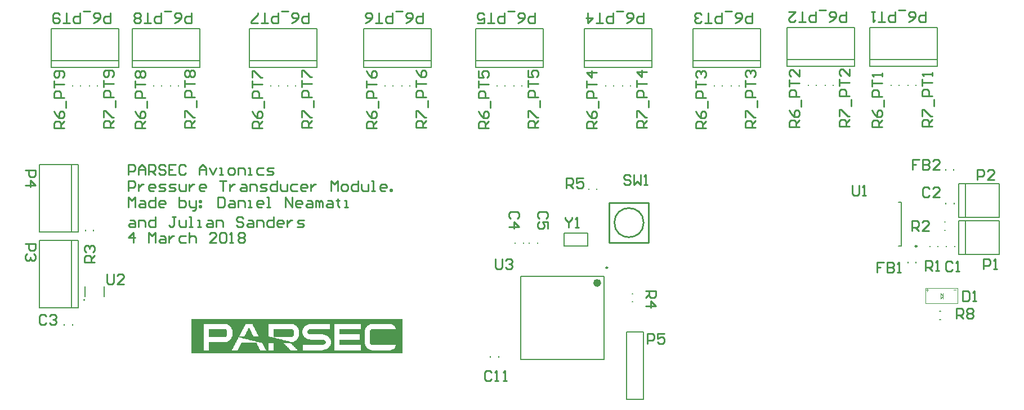
<source format=gto>
G04 Layer_Color=65535*
%FSLAX25Y25*%
%MOIN*%
G70*
G01*
G75*
%ADD21C,0.01000*%
%ADD31C,0.00984*%
%ADD32C,0.02362*%
%ADD33C,0.00600*%
%ADD34C,0.00400*%
%ADD35C,0.00787*%
%ADD36C,0.00591*%
%ADD37C,0.00750*%
%ADD38C,0.00100*%
D21*
X484143Y358500D02*
G03*
X484143Y358500I-8643J0D01*
G01*
X463689Y346689D02*
Y370311D01*
X486917D01*
Y346689D02*
Y370311D01*
X463689Y346689D02*
X486917D01*
X179000Y386890D02*
Y392888D01*
X181999D01*
X182999Y391888D01*
Y389889D01*
X181999Y388889D01*
X179000D01*
X184998Y386890D02*
Y390889D01*
X186997Y392888D01*
X188997Y390889D01*
Y386890D01*
Y389889D01*
X184998D01*
X190996Y386890D02*
Y392888D01*
X193995D01*
X194995Y391888D01*
Y389889D01*
X193995Y388889D01*
X190996D01*
X192996D02*
X194995Y386890D01*
X200993Y391888D02*
X199993Y392888D01*
X197994D01*
X196994Y391888D01*
Y390889D01*
X197994Y389889D01*
X199993D01*
X200993Y388889D01*
Y387890D01*
X199993Y386890D01*
X197994D01*
X196994Y387890D01*
X206991Y392888D02*
X202992D01*
Y386890D01*
X206991D01*
X202992Y389889D02*
X204992D01*
X212989Y391888D02*
X211989Y392888D01*
X209990D01*
X208990Y391888D01*
Y387890D01*
X209990Y386890D01*
X211989D01*
X212989Y387890D01*
X220986Y386890D02*
Y390889D01*
X222986Y392888D01*
X224985Y390889D01*
Y386890D01*
Y389889D01*
X220986D01*
X226985Y390889D02*
X228984Y386890D01*
X230983Y390889D01*
X232982Y386890D02*
X234982D01*
X233982D01*
Y390889D01*
X232982D01*
X238981Y386890D02*
X240980D01*
X241980Y387890D01*
Y389889D01*
X240980Y390889D01*
X238981D01*
X237981Y389889D01*
Y387890D01*
X238981Y386890D01*
X243979D02*
Y390889D01*
X246978D01*
X247978Y389889D01*
Y386890D01*
X249977D02*
X251976D01*
X250977D01*
Y390889D01*
X249977D01*
X258974D02*
X255975D01*
X254975Y389889D01*
Y387890D01*
X255975Y386890D01*
X258974D01*
X260974D02*
X263972D01*
X264972Y387890D01*
X263972Y388889D01*
X261973D01*
X260974Y389889D01*
X261973Y390889D01*
X264972D01*
X179000Y377292D02*
Y383290D01*
X181999D01*
X182999Y382291D01*
Y380291D01*
X181999Y379292D01*
X179000D01*
X184998Y381291D02*
Y377292D01*
Y379292D01*
X185998Y380291D01*
X186997Y381291D01*
X187997D01*
X193995Y377292D02*
X191996D01*
X190996Y378292D01*
Y380291D01*
X191996Y381291D01*
X193995D01*
X194995Y380291D01*
Y379292D01*
X190996D01*
X196994Y377292D02*
X199993D01*
X200993Y378292D01*
X199993Y379292D01*
X197994D01*
X196994Y380291D01*
X197994Y381291D01*
X200993D01*
X202992Y377292D02*
X205991D01*
X206991Y378292D01*
X205991Y379292D01*
X203992D01*
X202992Y380291D01*
X203992Y381291D01*
X206991D01*
X208990D02*
Y378292D01*
X209990Y377292D01*
X212989D01*
Y381291D01*
X214988D02*
Y377292D01*
Y379292D01*
X215988Y380291D01*
X216988Y381291D01*
X217987D01*
X223985Y377292D02*
X221986D01*
X220986Y378292D01*
Y380291D01*
X221986Y381291D01*
X223985D01*
X224985Y380291D01*
Y379292D01*
X220986D01*
X232982Y383290D02*
X236981D01*
X234982D01*
Y377292D01*
X238981Y381291D02*
Y377292D01*
Y379292D01*
X239980Y380291D01*
X240980Y381291D01*
X241980D01*
X245978D02*
X247978D01*
X248977Y380291D01*
Y377292D01*
X245978D01*
X244979Y378292D01*
X245978Y379292D01*
X248977D01*
X250977Y377292D02*
Y381291D01*
X253976D01*
X254975Y380291D01*
Y377292D01*
X256975D02*
X259974D01*
X260974Y378292D01*
X259974Y379292D01*
X257975D01*
X256975Y380291D01*
X257975Y381291D01*
X260974D01*
X266971Y383290D02*
Y377292D01*
X263972D01*
X262973Y378292D01*
Y380291D01*
X263972Y381291D01*
X266971D01*
X268971D02*
Y378292D01*
X269971Y377292D01*
X272970D01*
Y381291D01*
X278968D02*
X275969D01*
X274969Y380291D01*
Y378292D01*
X275969Y377292D01*
X278968D01*
X283966D02*
X281967D01*
X280967Y378292D01*
Y380291D01*
X281967Y381291D01*
X283966D01*
X284966Y380291D01*
Y379292D01*
X280967D01*
X286965Y381291D02*
Y377292D01*
Y379292D01*
X287965Y380291D01*
X288964Y381291D01*
X289964D01*
X298961Y377292D02*
Y383290D01*
X300961Y381291D01*
X302960Y383290D01*
Y377292D01*
X305959D02*
X307958D01*
X308958Y378292D01*
Y380291D01*
X307958Y381291D01*
X305959D01*
X304959Y380291D01*
Y378292D01*
X305959Y377292D01*
X314956Y383290D02*
Y377292D01*
X311957D01*
X310957Y378292D01*
Y380291D01*
X311957Y381291D01*
X314956D01*
X316955D02*
Y378292D01*
X317955Y377292D01*
X320954D01*
Y381291D01*
X322953Y377292D02*
X324953D01*
X323953D01*
Y383290D01*
X322953D01*
X330951Y377292D02*
X328952D01*
X327952Y378292D01*
Y380291D01*
X328952Y381291D01*
X330951D01*
X331950Y380291D01*
Y379292D01*
X327952D01*
X333950Y377292D02*
Y378292D01*
X334950D01*
Y377292D01*
X333950D01*
X179000Y367695D02*
Y373693D01*
X180999Y371693D01*
X182999Y373693D01*
Y367695D01*
X185998Y371693D02*
X187997D01*
X188997Y370694D01*
Y367695D01*
X185998D01*
X184998Y368694D01*
X185998Y369694D01*
X188997D01*
X194995Y373693D02*
Y367695D01*
X191996D01*
X190996Y368694D01*
Y370694D01*
X191996Y371693D01*
X194995D01*
X199993Y367695D02*
X197994D01*
X196994Y368694D01*
Y370694D01*
X197994Y371693D01*
X199993D01*
X200993Y370694D01*
Y369694D01*
X196994D01*
X208990Y373693D02*
Y367695D01*
X211989D01*
X212989Y368694D01*
Y369694D01*
Y370694D01*
X211989Y371693D01*
X208990D01*
X214988D02*
Y368694D01*
X215988Y367695D01*
X218987D01*
Y366695D01*
X217987Y365695D01*
X216988D01*
X218987Y367695D02*
Y371693D01*
X220986D02*
X221986D01*
Y370694D01*
X220986D01*
Y371693D01*
Y368694D02*
X221986D01*
Y367695D01*
X220986D01*
Y368694D01*
X231983Y373693D02*
Y367695D01*
X234982D01*
X235982Y368694D01*
Y372693D01*
X234982Y373693D01*
X231983D01*
X238981Y371693D02*
X240980D01*
X241980Y370694D01*
Y367695D01*
X238981D01*
X237981Y368694D01*
X238981Y369694D01*
X241980D01*
X243979Y367695D02*
Y371693D01*
X246978D01*
X247978Y370694D01*
Y367695D01*
X249977D02*
X251976D01*
X250977D01*
Y371693D01*
X249977D01*
X257974Y367695D02*
X255975D01*
X254975Y368694D01*
Y370694D01*
X255975Y371693D01*
X257974D01*
X258974Y370694D01*
Y369694D01*
X254975D01*
X260974Y367695D02*
X262973D01*
X261973D01*
Y373693D01*
X260974D01*
X271970Y367695D02*
Y373693D01*
X275969Y367695D01*
Y373693D01*
X280967Y367695D02*
X278968D01*
X277968Y368694D01*
Y370694D01*
X278968Y371693D01*
X280967D01*
X281967Y370694D01*
Y369694D01*
X277968D01*
X284966Y371693D02*
X286965D01*
X287965Y370694D01*
Y367695D01*
X284966D01*
X283966Y368694D01*
X284966Y369694D01*
X287965D01*
X289964Y367695D02*
Y371693D01*
X290964D01*
X291964Y370694D01*
Y367695D01*
Y370694D01*
X292963Y371693D01*
X293963Y370694D01*
Y367695D01*
X296962Y371693D02*
X298961D01*
X299961Y370694D01*
Y367695D01*
X296962D01*
X295962Y368694D01*
X296962Y369694D01*
X299961D01*
X302960Y372693D02*
Y371693D01*
X301960D01*
X303960D01*
X302960D01*
Y368694D01*
X303960Y367695D01*
X306959D02*
X308958D01*
X307958D01*
Y371693D01*
X306959D01*
X180000Y360096D02*
X181999D01*
X182999Y359097D01*
Y356098D01*
X180000D01*
X179000Y357097D01*
X180000Y358097D01*
X182999D01*
X184998Y356098D02*
Y360096D01*
X187997D01*
X188997Y359097D01*
Y356098D01*
X194995Y362096D02*
Y356098D01*
X191996D01*
X190996Y357097D01*
Y359097D01*
X191996Y360096D01*
X194995D01*
X206991Y362096D02*
X204992D01*
X205991D01*
Y357097D01*
X204992Y356098D01*
X203992D01*
X202992Y357097D01*
X208990Y360096D02*
Y357097D01*
X209990Y356098D01*
X212989D01*
Y360096D01*
X214988Y356098D02*
X216988D01*
X215988D01*
Y362096D01*
X214988D01*
X219987Y356098D02*
X221986D01*
X220986D01*
Y360096D01*
X219987D01*
X225985D02*
X227984D01*
X228984Y359097D01*
Y356098D01*
X225985D01*
X224985Y357097D01*
X225985Y358097D01*
X228984D01*
X230983Y356098D02*
Y360096D01*
X233982D01*
X234982Y359097D01*
Y356098D01*
X246978Y361096D02*
X245978Y362096D01*
X243979D01*
X242979Y361096D01*
Y360096D01*
X243979Y359097D01*
X245978D01*
X246978Y358097D01*
Y357097D01*
X245978Y356098D01*
X243979D01*
X242979Y357097D01*
X249977Y360096D02*
X251976D01*
X252976Y359097D01*
Y356098D01*
X249977D01*
X248977Y357097D01*
X249977Y358097D01*
X252976D01*
X254975Y356098D02*
Y360096D01*
X257974D01*
X258974Y359097D01*
Y356098D01*
X264972Y362096D02*
Y356098D01*
X261973D01*
X260974Y357097D01*
Y359097D01*
X261973Y360096D01*
X264972D01*
X269971Y356098D02*
X267971D01*
X266971Y357097D01*
Y359097D01*
X267971Y360096D01*
X269971D01*
X270970Y359097D01*
Y358097D01*
X266971D01*
X272970Y360096D02*
Y356098D01*
Y358097D01*
X273969Y359097D01*
X274969Y360096D01*
X275969D01*
X278968Y356098D02*
X281967D01*
X282966Y357097D01*
X281967Y358097D01*
X279967D01*
X278968Y359097D01*
X279967Y360096D01*
X282966D01*
X181999Y346500D02*
Y352498D01*
X179000Y349499D01*
X182999D01*
X190996Y346500D02*
Y352498D01*
X192996Y350499D01*
X194995Y352498D01*
Y346500D01*
X197994Y350499D02*
X199993D01*
X200993Y349499D01*
Y346500D01*
X197994D01*
X196994Y347500D01*
X197994Y348499D01*
X200993D01*
X202992Y350499D02*
Y346500D01*
Y348499D01*
X203992Y349499D01*
X204992Y350499D01*
X205991D01*
X212989D02*
X209990D01*
X208990Y349499D01*
Y347500D01*
X209990Y346500D01*
X212989D01*
X214988Y352498D02*
Y346500D01*
Y349499D01*
X215988Y350499D01*
X217987D01*
X218987Y349499D01*
Y346500D01*
X230983D02*
X226985D01*
X230983Y350499D01*
Y351498D01*
X229983Y352498D01*
X227984D01*
X226985Y351498D01*
X232982D02*
X233982Y352498D01*
X235982D01*
X236981Y351498D01*
Y347500D01*
X235982Y346500D01*
X233982D01*
X232982Y347500D01*
Y351498D01*
X238981Y346500D02*
X240980D01*
X239980D01*
Y352498D01*
X238981Y351498D01*
X243979D02*
X244979Y352498D01*
X246978D01*
X247978Y351498D01*
Y350499D01*
X246978Y349499D01*
X247978Y348499D01*
Y347500D01*
X246978Y346500D01*
X244979D01*
X243979Y347500D01*
Y348499D01*
X244979Y349499D01*
X243979Y350499D01*
Y351498D01*
X244979Y349499D02*
X246978D01*
X669240Y301500D02*
Y307498D01*
X672239D01*
X673239Y306498D01*
Y304499D01*
X672239Y303499D01*
X669240D01*
X671240D02*
X673239Y301500D01*
X675238Y306498D02*
X676238Y307498D01*
X678237D01*
X679237Y306498D01*
Y305499D01*
X678237Y304499D01*
X679237Y303499D01*
Y302500D01*
X678237Y301500D01*
X676238D01*
X675238Y302500D01*
Y303499D01*
X676238Y304499D01*
X675238Y305499D01*
Y306498D01*
X676238Y304499D02*
X678237D01*
X673000Y317998D02*
Y312000D01*
X675999D01*
X676999Y313000D01*
Y316998D01*
X675999Y317998D01*
X673000D01*
X678998Y312000D02*
X680997D01*
X679998D01*
Y317998D01*
X678998Y316998D01*
X437600Y361698D02*
Y360698D01*
X439599Y358699D01*
X441599Y360698D01*
Y361698D01*
X439599Y358699D02*
Y355700D01*
X443598D02*
X445597D01*
X444598D01*
Y361698D01*
X443598Y360698D01*
X396500Y336998D02*
Y332000D01*
X397500Y331000D01*
X399499D01*
X400499Y332000D01*
Y336998D01*
X402498Y335998D02*
X403498Y336998D01*
X405497D01*
X406497Y335998D01*
Y334999D01*
X405497Y333999D01*
X404497D01*
X405497D01*
X406497Y332999D01*
Y332000D01*
X405497Y331000D01*
X403498D01*
X402498Y332000D01*
X166500Y327998D02*
Y323000D01*
X167500Y322000D01*
X169499D01*
X170499Y323000D01*
Y327998D01*
X176497Y322000D02*
X172498D01*
X176497Y325999D01*
Y326998D01*
X175497Y327998D01*
X173498D01*
X172498Y326998D01*
X607868Y380622D02*
Y375623D01*
X608867Y374624D01*
X610867D01*
X611866Y375623D01*
Y380622D01*
X613866Y374624D02*
X615865D01*
X614865D01*
Y380622D01*
X613866Y379622D01*
X476499Y385998D02*
X475499Y386998D01*
X473500D01*
X472500Y385998D01*
Y384999D01*
X473500Y383999D01*
X475499D01*
X476499Y382999D01*
Y382000D01*
X475499Y381000D01*
X473500D01*
X472500Y382000D01*
X478498Y386998D02*
Y381000D01*
X480497Y382999D01*
X482497Y381000D01*
Y386998D01*
X484496Y381000D02*
X486495D01*
X485496D01*
Y386998D01*
X484496Y385998D01*
X170500Y415000D02*
X164502D01*
Y417999D01*
X165502Y418999D01*
X167501D01*
X168501Y417999D01*
Y415000D01*
Y416999D02*
X170500Y418999D01*
X164502Y420998D02*
Y424997D01*
X165502D01*
X169500Y420998D01*
X170500D01*
X171500Y426996D02*
Y430995D01*
X170500Y432994D02*
X164502D01*
Y435993D01*
X165502Y436993D01*
X167501D01*
X168501Y435993D01*
Y432994D01*
X164502Y438992D02*
Y442991D01*
Y440992D01*
X170500D01*
X169500Y444990D02*
X170500Y445990D01*
Y447989D01*
X169500Y448989D01*
X165502D01*
X164502Y447989D01*
Y445990D01*
X165502Y444990D01*
X166501D01*
X167501Y445990D01*
Y448989D01*
X218500Y415000D02*
X212502D01*
Y417999D01*
X213502Y418999D01*
X215501D01*
X216501Y417999D01*
Y415000D01*
Y416999D02*
X218500Y418999D01*
X212502Y420998D02*
Y424997D01*
X213502D01*
X217500Y420998D01*
X218500D01*
X219500Y426996D02*
Y430995D01*
X218500Y432994D02*
X212502D01*
Y435993D01*
X213502Y436993D01*
X215501D01*
X216501Y435993D01*
Y432994D01*
X212502Y438992D02*
Y442991D01*
Y440992D01*
X218500D01*
X213502Y444990D02*
X212502Y445990D01*
Y447989D01*
X213502Y448989D01*
X214501D01*
X215501Y447989D01*
X216501Y448989D01*
X217500D01*
X218500Y447989D01*
Y445990D01*
X217500Y444990D01*
X216501D01*
X215501Y445990D01*
X214501Y444990D01*
X213502D01*
X215501Y445990D02*
Y447989D01*
X287760Y415000D02*
X281762D01*
Y417999D01*
X282762Y418999D01*
X284761D01*
X285760Y417999D01*
Y415000D01*
Y416999D02*
X287760Y418999D01*
X281762Y420998D02*
Y424997D01*
X282762D01*
X286760Y420998D01*
X287760D01*
X288759Y426996D02*
Y430995D01*
X287760Y432994D02*
X281762D01*
Y435993D01*
X282762Y436993D01*
X284761D01*
X285760Y435993D01*
Y432994D01*
X281762Y438992D02*
Y442991D01*
Y440992D01*
X287760D01*
X281762Y444990D02*
Y448989D01*
X282762D01*
X286760Y444990D01*
X287760D01*
X355500Y415000D02*
X349502D01*
Y417999D01*
X350502Y418999D01*
X352501D01*
X353501Y417999D01*
Y415000D01*
Y416999D02*
X355500Y418999D01*
X349502Y420998D02*
Y424997D01*
X350502D01*
X354500Y420998D01*
X355500D01*
X356500Y426996D02*
Y430995D01*
X355500Y432994D02*
X349502D01*
Y435993D01*
X350502Y436993D01*
X352501D01*
X353501Y435993D01*
Y432994D01*
X349502Y438992D02*
Y442991D01*
Y440992D01*
X355500D01*
X349502Y448989D02*
X350502Y446990D01*
X352501Y444990D01*
X354500D01*
X355500Y445990D01*
Y447989D01*
X354500Y448989D01*
X353501D01*
X352501Y447989D01*
Y444990D01*
X421760Y415000D02*
X415762D01*
Y417999D01*
X416761Y418999D01*
X418761D01*
X419761Y417999D01*
Y415000D01*
Y416999D02*
X421760Y418999D01*
X415762Y420998D02*
Y424997D01*
X416761D01*
X420760Y420998D01*
X421760D01*
X422759Y426996D02*
Y430995D01*
X421760Y432994D02*
X415762D01*
Y435993D01*
X416761Y436993D01*
X418761D01*
X419761Y435993D01*
Y432994D01*
X415762Y438992D02*
Y442991D01*
Y440992D01*
X421760D01*
X415762Y448989D02*
Y444990D01*
X418761D01*
X417761Y446990D01*
Y447989D01*
X418761Y448989D01*
X420760D01*
X421760Y447989D01*
Y445990D01*
X420760Y444990D01*
X486000Y415000D02*
X480002D01*
Y417999D01*
X481002Y418999D01*
X483001D01*
X484001Y417999D01*
Y415000D01*
Y416999D02*
X486000Y418999D01*
X480002Y420998D02*
Y424997D01*
X481002D01*
X485000Y420998D01*
X486000D01*
X487000Y426996D02*
Y430995D01*
X486000Y432994D02*
X480002D01*
Y435993D01*
X481002Y436993D01*
X483001D01*
X484001Y435993D01*
Y432994D01*
X480002Y438992D02*
Y442991D01*
Y440992D01*
X486000D01*
Y447989D02*
X480002D01*
X483001Y444990D01*
Y448989D01*
X550500Y415000D02*
X544502D01*
Y417999D01*
X545502Y418999D01*
X547501D01*
X548501Y417999D01*
Y415000D01*
Y416999D02*
X550500Y418999D01*
X544502Y420998D02*
Y424997D01*
X545502D01*
X549500Y420998D01*
X550500D01*
X551500Y426996D02*
Y430995D01*
X550500Y432994D02*
X544502D01*
Y435993D01*
X545502Y436993D01*
X547501D01*
X548501Y435993D01*
Y432994D01*
X544502Y438992D02*
Y442991D01*
Y440992D01*
X550500D01*
X545502Y444990D02*
X544502Y445990D01*
Y447989D01*
X545502Y448989D01*
X546501D01*
X547501Y447989D01*
Y446990D01*
Y447989D01*
X548501Y448989D01*
X549500D01*
X550500Y447989D01*
Y445990D01*
X549500Y444990D01*
X606000Y415500D02*
X600002D01*
Y418499D01*
X601002Y419499D01*
X603001D01*
X604001Y418499D01*
Y415500D01*
Y417499D02*
X606000Y419499D01*
X600002Y421498D02*
Y425497D01*
X601002D01*
X605000Y421498D01*
X606000D01*
X607000Y427496D02*
Y431495D01*
X606000Y433494D02*
X600002D01*
Y436493D01*
X601002Y437493D01*
X603001D01*
X604001Y436493D01*
Y433494D01*
X600002Y439492D02*
Y443491D01*
Y441492D01*
X606000D01*
Y449489D02*
Y445490D01*
X602001Y449489D01*
X601002D01*
X600002Y448489D01*
Y446490D01*
X601002Y445490D01*
X655000Y415500D02*
X649002D01*
Y418499D01*
X650002Y419499D01*
X652001D01*
X653001Y418499D01*
Y415500D01*
Y417499D02*
X655000Y419499D01*
X649002Y421498D02*
Y425497D01*
X650002D01*
X654000Y421498D01*
X655000D01*
X656000Y427496D02*
Y431495D01*
X655000Y433494D02*
X649002D01*
Y436493D01*
X650002Y437493D01*
X652001D01*
X653001Y436493D01*
Y433494D01*
X649002Y439492D02*
Y443491D01*
Y441492D01*
X655000D01*
Y445490D02*
Y447490D01*
Y446490D01*
X649002D01*
X650002Y445490D01*
X141000Y414740D02*
X135002D01*
Y417739D01*
X136002Y418739D01*
X138001D01*
X139001Y417739D01*
Y414740D01*
Y416740D02*
X141000Y418739D01*
X135002Y424737D02*
X136002Y422738D01*
X138001Y420738D01*
X140000D01*
X141000Y421738D01*
Y423737D01*
X140000Y424737D01*
X139001D01*
X138001Y423737D01*
Y420738D01*
X142000Y426736D02*
Y430735D01*
X141000Y432734D02*
X135002D01*
Y435733D01*
X136002Y436733D01*
X138001D01*
X139001Y435733D01*
Y432734D01*
X135002Y438732D02*
Y442731D01*
Y440732D01*
X141000D01*
X140000Y444731D02*
X141000Y445730D01*
Y447729D01*
X140000Y448729D01*
X136002D01*
X135002Y447729D01*
Y445730D01*
X136002Y444731D01*
X137001D01*
X138001Y445730D01*
Y448729D01*
X189000Y414740D02*
X183002D01*
Y417739D01*
X184002Y418739D01*
X186001D01*
X187001Y417739D01*
Y414740D01*
Y416740D02*
X189000Y418739D01*
X183002Y424737D02*
X184002Y422738D01*
X186001Y420738D01*
X188000D01*
X189000Y421738D01*
Y423737D01*
X188000Y424737D01*
X187001D01*
X186001Y423737D01*
Y420738D01*
X190000Y426736D02*
Y430735D01*
X189000Y432734D02*
X183002D01*
Y435733D01*
X184002Y436733D01*
X186001D01*
X187001Y435733D01*
Y432734D01*
X183002Y438732D02*
Y442731D01*
Y440732D01*
X189000D01*
X184002Y444731D02*
X183002Y445730D01*
Y447729D01*
X184002Y448729D01*
X185001D01*
X186001Y447729D01*
X187001Y448729D01*
X188000D01*
X189000Y447729D01*
Y445730D01*
X188000Y444731D01*
X187001D01*
X186001Y445730D01*
X185001Y444731D01*
X184002D01*
X186001Y445730D02*
Y447729D01*
X258260Y414740D02*
X252262D01*
Y417739D01*
X253261Y418739D01*
X255261D01*
X256260Y417739D01*
Y414740D01*
Y416740D02*
X258260Y418739D01*
X252262Y424737D02*
X253261Y422738D01*
X255261Y420738D01*
X257260D01*
X258260Y421738D01*
Y423737D01*
X257260Y424737D01*
X256260D01*
X255261Y423737D01*
Y420738D01*
X259260Y426736D02*
Y430735D01*
X258260Y432734D02*
X252262D01*
Y435733D01*
X253261Y436733D01*
X255261D01*
X256260Y435733D01*
Y432734D01*
X252262Y438732D02*
Y442731D01*
Y440732D01*
X258260D01*
X252262Y444731D02*
Y448729D01*
X253261D01*
X257260Y444731D01*
X258260D01*
X326000Y414740D02*
X320002D01*
Y417739D01*
X321002Y418739D01*
X323001D01*
X324001Y417739D01*
Y414740D01*
Y416740D02*
X326000Y418739D01*
X320002Y424737D02*
X321002Y422738D01*
X323001Y420738D01*
X325000D01*
X326000Y421738D01*
Y423737D01*
X325000Y424737D01*
X324001D01*
X323001Y423737D01*
Y420738D01*
X327000Y426736D02*
Y430735D01*
X326000Y432734D02*
X320002D01*
Y435733D01*
X321002Y436733D01*
X323001D01*
X324001Y435733D01*
Y432734D01*
X320002Y438732D02*
Y442731D01*
Y440732D01*
X326000D01*
X320002Y448729D02*
X321002Y446730D01*
X323001Y444731D01*
X325000D01*
X326000Y445730D01*
Y447729D01*
X325000Y448729D01*
X324001D01*
X323001Y447729D01*
Y444731D01*
X392260Y414740D02*
X386262D01*
Y417739D01*
X387262Y418739D01*
X389261D01*
X390261Y417739D01*
Y414740D01*
Y416740D02*
X392260Y418739D01*
X386262Y424737D02*
X387262Y422738D01*
X389261Y420738D01*
X391260D01*
X392260Y421738D01*
Y423737D01*
X391260Y424737D01*
X390261D01*
X389261Y423737D01*
Y420738D01*
X393260Y426736D02*
Y430735D01*
X392260Y432734D02*
X386262D01*
Y435733D01*
X387262Y436733D01*
X389261D01*
X390261Y435733D01*
Y432734D01*
X386262Y438732D02*
Y442731D01*
Y440732D01*
X392260D01*
X386262Y448729D02*
Y444730D01*
X389261D01*
X388261Y446730D01*
Y447729D01*
X389261Y448729D01*
X391260D01*
X392260Y447729D01*
Y445730D01*
X391260Y444730D01*
X456500Y414740D02*
X450502D01*
Y417739D01*
X451502Y418739D01*
X453501D01*
X454501Y417739D01*
Y414740D01*
Y416740D02*
X456500Y418739D01*
X450502Y424737D02*
X451502Y422738D01*
X453501Y420738D01*
X455500D01*
X456500Y421738D01*
Y423737D01*
X455500Y424737D01*
X454501D01*
X453501Y423737D01*
Y420738D01*
X457500Y426736D02*
Y430735D01*
X456500Y432734D02*
X450502D01*
Y435733D01*
X451502Y436733D01*
X453501D01*
X454501Y435733D01*
Y432734D01*
X450502Y438732D02*
Y442731D01*
Y440732D01*
X456500D01*
Y447729D02*
X450502D01*
X453501Y444730D01*
Y448729D01*
X521000Y414740D02*
X515002D01*
Y417739D01*
X516002Y418739D01*
X518001D01*
X519001Y417739D01*
Y414740D01*
Y416740D02*
X521000Y418739D01*
X515002Y424737D02*
X516002Y422738D01*
X518001Y420738D01*
X520000D01*
X521000Y421738D01*
Y423737D01*
X520000Y424737D01*
X519001D01*
X518001Y423737D01*
Y420738D01*
X522000Y426736D02*
Y430735D01*
X521000Y432734D02*
X515002D01*
Y435733D01*
X516002Y436733D01*
X518001D01*
X519001Y435733D01*
Y432734D01*
X515002Y438732D02*
Y442731D01*
Y440732D01*
X521000D01*
X516002Y444730D02*
X515002Y445730D01*
Y447729D01*
X516002Y448729D01*
X517001D01*
X518001Y447729D01*
Y446730D01*
Y447729D01*
X519001Y448729D01*
X520000D01*
X521000Y447729D01*
Y445730D01*
X520000Y444730D01*
X576500Y415240D02*
X570502D01*
Y418239D01*
X571502Y419239D01*
X573501D01*
X574501Y418239D01*
Y415240D01*
Y417240D02*
X576500Y419239D01*
X570502Y425237D02*
X571502Y423238D01*
X573501Y421238D01*
X575500D01*
X576500Y422238D01*
Y424237D01*
X575500Y425237D01*
X574501D01*
X573501Y424237D01*
Y421238D01*
X577500Y427236D02*
Y431235D01*
X576500Y433234D02*
X570502D01*
Y436233D01*
X571502Y437233D01*
X573501D01*
X574501Y436233D01*
Y433234D01*
X570502Y439232D02*
Y443231D01*
Y441232D01*
X576500D01*
Y449229D02*
Y445230D01*
X572501Y449229D01*
X571502D01*
X570502Y448230D01*
Y446230D01*
X571502Y445230D01*
X625500Y415240D02*
X619502D01*
Y418239D01*
X620502Y419239D01*
X622501D01*
X623501Y418239D01*
Y415240D01*
Y417240D02*
X625500Y419239D01*
X619502Y425237D02*
X620502Y423238D01*
X622501Y421238D01*
X624500D01*
X625500Y422238D01*
Y424237D01*
X624500Y425237D01*
X623501D01*
X622501Y424237D01*
Y421238D01*
X626500Y427236D02*
Y431235D01*
X625500Y433234D02*
X619502D01*
Y436233D01*
X620502Y437233D01*
X622501D01*
X623501Y436233D01*
Y433234D01*
X619502Y439232D02*
Y443231D01*
Y441232D01*
X625500D01*
Y445230D02*
Y447230D01*
Y446230D01*
X619502D01*
X620502Y445230D01*
X438500Y379000D02*
Y384998D01*
X441499D01*
X442499Y383998D01*
Y381999D01*
X441499Y380999D01*
X438500D01*
X440499D02*
X442499Y379000D01*
X448497Y384998D02*
X444498D01*
Y381999D01*
X446497Y382999D01*
X447497D01*
X448497Y381999D01*
Y380000D01*
X447497Y379000D01*
X445498D01*
X444498Y380000D01*
X485500Y318000D02*
X491498D01*
Y315001D01*
X490498Y314001D01*
X488499D01*
X487499Y315001D01*
Y318000D01*
Y316001D02*
X485500Y314001D01*
Y309003D02*
X491498D01*
X488499Y312002D01*
Y308003D01*
X159000Y335000D02*
X153002D01*
Y337999D01*
X154002Y338999D01*
X156001D01*
X157001Y337999D01*
Y335000D01*
Y336999D02*
X159000Y338999D01*
X154002Y340998D02*
X153002Y341998D01*
Y343997D01*
X154002Y344997D01*
X155001D01*
X156001Y343997D01*
Y342997D01*
Y343997D01*
X157001Y344997D01*
X158000D01*
X159000Y343997D01*
Y341998D01*
X158000Y340998D01*
X643000Y353500D02*
Y359498D01*
X645999D01*
X646999Y358498D01*
Y356499D01*
X645999Y355499D01*
X643000D01*
X644999D02*
X646999Y353500D01*
X652997D02*
X648998D01*
X652997Y357499D01*
Y358498D01*
X651997Y359498D01*
X649998D01*
X648998Y358498D01*
X651000Y330000D02*
Y335998D01*
X653999D01*
X654999Y334998D01*
Y332999D01*
X653999Y331999D01*
X651000D01*
X652999D02*
X654999Y330000D01*
X656998D02*
X658997D01*
X657998D01*
Y335998D01*
X656998Y334998D01*
X168499Y483000D02*
Y477002D01*
X165500D01*
X164501Y478002D01*
Y480001D01*
X165500Y481001D01*
X168499D01*
X158503Y477002D02*
X160502Y478002D01*
X162501Y480001D01*
Y482000D01*
X161502Y483000D01*
X159502D01*
X158503Y482000D01*
Y481001D01*
X159502Y480001D01*
X162501D01*
X156503Y484000D02*
X152505D01*
X150505Y483000D02*
Y477002D01*
X147506D01*
X146507Y478002D01*
Y480001D01*
X147506Y481001D01*
X150505D01*
X144507Y477002D02*
X140508D01*
X142508D01*
Y483000D01*
X138509Y482000D02*
X137509Y483000D01*
X135510D01*
X134510Y482000D01*
Y478002D01*
X135510Y477002D01*
X137509D01*
X138509Y478002D01*
Y479001D01*
X137509Y480001D01*
X134510D01*
X216499Y483000D02*
Y477002D01*
X213500D01*
X212501Y478002D01*
Y480001D01*
X213500Y481001D01*
X216499D01*
X206503Y477002D02*
X208502Y478002D01*
X210501Y480001D01*
Y482000D01*
X209502Y483000D01*
X207502D01*
X206503Y482000D01*
Y481001D01*
X207502Y480001D01*
X210501D01*
X204503Y484000D02*
X200504D01*
X198505Y483000D02*
Y477002D01*
X195506D01*
X194507Y478002D01*
Y480001D01*
X195506Y481001D01*
X198505D01*
X192507Y477002D02*
X188508D01*
X190508D01*
Y483000D01*
X186509Y478002D02*
X185509Y477002D01*
X183510D01*
X182510Y478002D01*
Y479001D01*
X183510Y480001D01*
X182510Y481001D01*
Y482000D01*
X183510Y483000D01*
X185509D01*
X186509Y482000D01*
Y481001D01*
X185509Y480001D01*
X186509Y479001D01*
Y478002D01*
X185509Y480001D02*
X183510D01*
X285759Y483000D02*
Y477002D01*
X282760D01*
X281761Y478002D01*
Y480001D01*
X282760Y481001D01*
X285759D01*
X275762Y477002D02*
X277762Y478002D01*
X279761Y480001D01*
Y482000D01*
X278762Y483000D01*
X276762D01*
X275762Y482000D01*
Y481001D01*
X276762Y480001D01*
X279761D01*
X273763Y484000D02*
X269764D01*
X267765Y483000D02*
Y477002D01*
X264766D01*
X263766Y478002D01*
Y480001D01*
X264766Y481001D01*
X267765D01*
X261767Y477002D02*
X257768D01*
X259768D01*
Y483000D01*
X255769Y477002D02*
X251770D01*
Y478002D01*
X255769Y482000D01*
Y483000D01*
X353499D02*
Y477002D01*
X350500D01*
X349501Y478002D01*
Y480001D01*
X350500Y481001D01*
X353499D01*
X343503Y477002D02*
X345502Y478002D01*
X347501Y480001D01*
Y482000D01*
X346502Y483000D01*
X344502D01*
X343503Y482000D01*
Y481001D01*
X344502Y480001D01*
X347501D01*
X341503Y484000D02*
X337505D01*
X335505Y483000D02*
Y477002D01*
X332506D01*
X331506Y478002D01*
Y480001D01*
X332506Y481001D01*
X335505D01*
X329507Y477002D02*
X325508D01*
X327508D01*
Y483000D01*
X319510Y477002D02*
X321510Y478002D01*
X323509Y480001D01*
Y482000D01*
X322509Y483000D01*
X320510D01*
X319510Y482000D01*
Y481001D01*
X320510Y480001D01*
X323509D01*
X419759Y483000D02*
Y477002D01*
X416760D01*
X415761Y478002D01*
Y480001D01*
X416760Y481001D01*
X419759D01*
X409762Y477002D02*
X411762Y478002D01*
X413761Y480001D01*
Y482000D01*
X412761Y483000D01*
X410762D01*
X409762Y482000D01*
Y481001D01*
X410762Y480001D01*
X413761D01*
X407763Y484000D02*
X403764D01*
X401765Y483000D02*
Y477002D01*
X398766D01*
X397766Y478002D01*
Y480001D01*
X398766Y481001D01*
X401765D01*
X395767Y477002D02*
X391768D01*
X393768D01*
Y483000D01*
X385770Y477002D02*
X389769D01*
Y480001D01*
X387770Y479001D01*
X386770D01*
X385770Y480001D01*
Y482000D01*
X386770Y483000D01*
X388769D01*
X389769Y482000D01*
X483999Y483000D02*
Y477002D01*
X481000D01*
X480001Y478002D01*
Y480001D01*
X481000Y481001D01*
X483999D01*
X474003Y477002D02*
X476002Y478002D01*
X478001Y480001D01*
Y482000D01*
X477002Y483000D01*
X475002D01*
X474003Y482000D01*
Y481001D01*
X475002Y480001D01*
X478001D01*
X472003Y484000D02*
X468005D01*
X466005Y483000D02*
Y477002D01*
X463006D01*
X462007Y478002D01*
Y480001D01*
X463006Y481001D01*
X466005D01*
X460007Y477002D02*
X456008D01*
X458008D01*
Y483000D01*
X451010D02*
Y477002D01*
X454009Y480001D01*
X450010D01*
X548499Y483000D02*
Y477002D01*
X545500D01*
X544501Y478002D01*
Y480001D01*
X545500Y481001D01*
X548499D01*
X538503Y477002D02*
X540502Y478002D01*
X542501Y480001D01*
Y482000D01*
X541502Y483000D01*
X539502D01*
X538503Y482000D01*
Y481001D01*
X539502Y480001D01*
X542501D01*
X536503Y484000D02*
X532505D01*
X530505Y483000D02*
Y477002D01*
X527506D01*
X526507Y478002D01*
Y480001D01*
X527506Y481001D01*
X530505D01*
X524507Y477002D02*
X520508D01*
X522508D01*
Y483000D01*
X518509Y478002D02*
X517509Y477002D01*
X515510D01*
X514510Y478002D01*
Y479001D01*
X515510Y480001D01*
X516510D01*
X515510D01*
X514510Y481001D01*
Y482000D01*
X515510Y483000D01*
X517509D01*
X518509Y482000D01*
X603999Y483500D02*
Y477502D01*
X601000D01*
X600001Y478502D01*
Y480501D01*
X601000Y481501D01*
X603999D01*
X594003Y477502D02*
X596002Y478502D01*
X598001Y480501D01*
Y482500D01*
X597002Y483500D01*
X595002D01*
X594003Y482500D01*
Y481501D01*
X595002Y480501D01*
X598001D01*
X592003Y484500D02*
X588004D01*
X586005Y483500D02*
Y477502D01*
X583006D01*
X582007Y478502D01*
Y480501D01*
X583006Y481501D01*
X586005D01*
X580007Y477502D02*
X576008D01*
X578008D01*
Y483500D01*
X570010D02*
X574009D01*
X570010Y479501D01*
Y478502D01*
X571010Y477502D01*
X573009D01*
X574009Y478502D01*
X651000Y483500D02*
Y477502D01*
X648001D01*
X647001Y478502D01*
Y480501D01*
X648001Y481501D01*
X651000D01*
X641003Y477502D02*
X643003Y478502D01*
X645002Y480501D01*
Y482500D01*
X644002Y483500D01*
X642003D01*
X641003Y482500D01*
Y481501D01*
X642003Y480501D01*
X645002D01*
X639004Y484500D02*
X635005D01*
X633006Y483500D02*
Y477502D01*
X630007D01*
X629007Y478502D01*
Y480501D01*
X630007Y481501D01*
X633006D01*
X627008Y477502D02*
X623009D01*
X625008D01*
Y483500D01*
X621010D02*
X619010D01*
X620010D01*
Y477502D01*
X621010Y478502D01*
X486500Y286500D02*
Y292498D01*
X489499D01*
X490499Y291498D01*
Y289499D01*
X489499Y288499D01*
X486500D01*
X496497Y292498D02*
X492498D01*
Y289499D01*
X494497Y290499D01*
X495497D01*
X496497Y289499D01*
Y287500D01*
X495497Y286500D01*
X493498D01*
X492498Y287500D01*
X118000Y389500D02*
X123998D01*
Y386501D01*
X122998Y385501D01*
X120999D01*
X119999Y386501D01*
Y389500D01*
X118000Y380503D02*
X123998D01*
X120999Y383502D01*
Y379503D01*
X118000Y346000D02*
X123998D01*
Y343001D01*
X122998Y342001D01*
X120999D01*
X119999Y343001D01*
Y346000D01*
X122998Y340002D02*
X123998Y339002D01*
Y337003D01*
X122998Y336003D01*
X121999D01*
X120999Y337003D01*
Y338003D01*
Y337003D01*
X119999Y336003D01*
X119000D01*
X118000Y337003D01*
Y339002D01*
X119000Y340002D01*
X681768Y384000D02*
Y389998D01*
X684767D01*
X685766Y388998D01*
Y386999D01*
X684767Y385999D01*
X681768D01*
X691764Y384000D02*
X687766D01*
X691764Y387999D01*
Y388998D01*
X690765Y389998D01*
X688765D01*
X687766Y388998D01*
X685268Y331000D02*
Y336998D01*
X688267D01*
X689266Y335998D01*
Y333999D01*
X688267Y332999D01*
X685268D01*
X691266Y331000D02*
X693265D01*
X692266D01*
Y336998D01*
X691266Y335998D01*
X647499Y395998D02*
X643500D01*
Y392999D01*
X645499D01*
X643500D01*
Y390000D01*
X649498Y395998D02*
Y390000D01*
X652497D01*
X653497Y391000D01*
Y391999D01*
X652497Y392999D01*
X649498D01*
X652497D01*
X653497Y393999D01*
Y394998D01*
X652497Y395998D01*
X649498D01*
X659495Y390000D02*
X655496D01*
X659495Y393999D01*
Y394998D01*
X658495Y395998D01*
X656496D01*
X655496Y394998D01*
X626499Y334998D02*
X622500D01*
Y331999D01*
X624499D01*
X622500D01*
Y329000D01*
X628498Y334998D02*
Y329000D01*
X631497D01*
X632497Y330000D01*
Y330999D01*
X631497Y331999D01*
X628498D01*
X631497D01*
X632497Y332999D01*
Y333998D01*
X631497Y334998D01*
X628498D01*
X634496Y329000D02*
X636495D01*
X635496D01*
Y334998D01*
X634496Y333998D01*
X393999Y269498D02*
X392999Y270498D01*
X391000D01*
X390000Y269498D01*
Y265500D01*
X391000Y264500D01*
X392999D01*
X393999Y265500D01*
X395998Y264500D02*
X397997D01*
X396998D01*
Y270498D01*
X395998Y269498D01*
X400996Y264500D02*
X402996D01*
X401996D01*
Y270498D01*
X400996Y269498D01*
X426498Y361001D02*
X427498Y362001D01*
Y364000D01*
X426498Y365000D01*
X422500D01*
X421500Y364000D01*
Y362001D01*
X422500Y361001D01*
X427498Y355003D02*
Y359002D01*
X424499D01*
X425499Y357003D01*
Y356003D01*
X424499Y355003D01*
X422500D01*
X421500Y356003D01*
Y358002D01*
X422500Y359002D01*
X409498Y361001D02*
X410498Y362001D01*
Y364000D01*
X409498Y365000D01*
X405500D01*
X404500Y364000D01*
Y362001D01*
X405500Y361001D01*
X404500Y356003D02*
X410498D01*
X407499Y359002D01*
Y355003D01*
X130499Y302998D02*
X129499Y303998D01*
X127500D01*
X126500Y302998D01*
Y299000D01*
X127500Y298000D01*
X129499D01*
X130499Y299000D01*
X132498Y302998D02*
X133498Y303998D01*
X135497D01*
X136497Y302998D01*
Y301999D01*
X135497Y300999D01*
X134497D01*
X135497D01*
X136497Y299999D01*
Y299000D01*
X135497Y298000D01*
X133498D01*
X132498Y299000D01*
X653499Y378498D02*
X652499Y379498D01*
X650500D01*
X649500Y378498D01*
Y374500D01*
X650500Y373500D01*
X652499D01*
X653499Y374500D01*
X659497Y373500D02*
X655498D01*
X659497Y377499D01*
Y378498D01*
X658497Y379498D01*
X656498D01*
X655498Y378498D01*
X666999Y334498D02*
X665999Y335498D01*
X664000D01*
X663000Y334498D01*
Y330500D01*
X664000Y329500D01*
X665999D01*
X666999Y330500D01*
X668998Y329500D02*
X670997D01*
X669998D01*
Y335498D01*
X668998Y334498D01*
D31*
X645992Y344512D02*
G03*
X645992Y344512I-492J0D01*
G01*
X462870Y331768D02*
G03*
X462870Y331768I-492J0D01*
G01*
D32*
X457850Y322713D02*
G03*
X457850Y322713I-1181J0D01*
G01*
D33*
X153094Y312606D02*
G03*
X153094Y312606I-300J0D01*
G01*
D34*
X651000Y318543D02*
X652850D01*
X652063Y317756D02*
Y319331D01*
X667811Y318543D02*
X668992D01*
X659937Y313425D02*
X661512Y315000D01*
X659937Y313425D02*
Y316575D01*
X661512Y315000D01*
Y313425D02*
Y316575D01*
X651000Y310500D02*
X670000D01*
X651000Y319500D02*
X670000Y319500D01*
X651000Y310500D02*
Y319500D01*
X670000Y310500D02*
X670000Y319500D01*
D35*
X659543Y305862D02*
X659937D01*
X659543Y301138D02*
X659937D01*
X474000Y293500D02*
X484000D01*
Y253500D02*
Y293500D01*
X474000Y253500D02*
Y293500D01*
Y253500D02*
X484000D01*
X145961Y297803D02*
Y298197D01*
X141039Y297803D02*
Y298197D01*
X398461Y278803D02*
Y279197D01*
X393539Y278803D02*
Y279197D01*
X451638Y378303D02*
Y378697D01*
X456362Y378303D02*
Y378697D01*
X416539Y346346D02*
Y346740D01*
X421461Y346346D02*
Y346740D01*
X408039Y346303D02*
Y346697D01*
X412961Y346303D02*
Y346697D01*
X477303Y311638D02*
X477697D01*
X477303Y316362D02*
X477697D01*
X663039Y369803D02*
Y370197D01*
X667961Y369803D02*
Y370197D01*
X663539Y344303D02*
Y344697D01*
X668461Y344303D02*
Y344697D01*
X663138Y389803D02*
Y390197D01*
X667862Y389803D02*
Y390197D01*
X640638Y334803D02*
Y335197D01*
X645362Y334803D02*
Y335197D01*
X692768Y381500D02*
X694768D01*
Y377500D02*
Y381500D01*
Y361500D02*
Y377500D01*
X670768Y381500D02*
X693768D01*
X674768Y361500D02*
Y381500D01*
X670768Y361500D02*
Y381500D01*
Y361500D02*
X694768D01*
X692768Y359500D02*
X694768D01*
Y355500D02*
Y359500D01*
Y339500D02*
Y355500D01*
X670768Y359500D02*
X693768D01*
X674768Y339500D02*
Y359500D01*
X670768Y339500D02*
Y359500D01*
Y339500D02*
X694768D01*
X662303Y354138D02*
X662697D01*
X662303Y358862D02*
X662697D01*
X658362Y344303D02*
Y344697D01*
X653638Y344303D02*
Y344697D01*
X150862Y439543D02*
Y439937D01*
X146138Y439543D02*
Y439937D01*
X160862Y439543D02*
Y439937D01*
X156138Y439543D02*
Y439937D01*
X198862Y439543D02*
Y439937D01*
X194138Y439543D02*
Y439937D01*
X208862Y439543D02*
Y439937D01*
X204138Y439543D02*
Y439937D01*
X268122Y439543D02*
Y439937D01*
X263398Y439543D02*
Y439937D01*
X278122Y439543D02*
Y439937D01*
X273398Y439543D02*
Y439937D01*
X335862Y439543D02*
Y439937D01*
X331138Y439543D02*
Y439937D01*
X345862Y439543D02*
Y439937D01*
X341138Y439543D02*
Y439937D01*
X402122Y439543D02*
Y439937D01*
X397398Y439543D02*
Y439937D01*
X412122Y439543D02*
Y439937D01*
X407398Y439543D02*
Y439937D01*
X466362Y439543D02*
Y439937D01*
X461638Y439543D02*
Y439937D01*
X476362Y439543D02*
Y439937D01*
X471638Y439543D02*
Y439937D01*
X530862Y439543D02*
Y439937D01*
X526138Y439543D02*
Y439937D01*
X540862Y439543D02*
Y439937D01*
X536138Y439543D02*
Y439937D01*
X586362Y440043D02*
Y440437D01*
X581638Y440043D02*
Y440437D01*
X596362Y440043D02*
Y440437D01*
X591638Y440043D02*
Y440437D01*
X645362Y440043D02*
Y440437D01*
X640638Y440043D02*
Y440437D01*
X635362Y440043D02*
Y440437D01*
X630638Y440043D02*
Y440437D01*
X636642Y344531D02*
Y370516D01*
X635067D02*
X636642D01*
X635067Y344531D02*
X636642D01*
X411394Y277437D02*
Y326650D01*
X460606Y277437D02*
Y326650D01*
X411394Y277437D02*
X460606D01*
X411394Y326650D02*
X460606D01*
X621000Y474240D02*
X658000D01*
Y451240D02*
Y474240D01*
X618000Y451240D02*
X658000D01*
X618000Y455240D02*
X658000D01*
X618000Y451240D02*
Y474240D01*
X621000D01*
X572000D02*
X609000D01*
Y451240D02*
Y474240D01*
X569000Y451240D02*
X609000D01*
X569000Y455240D02*
X609000D01*
X569000Y451240D02*
Y474240D01*
X572000D01*
X516500Y473740D02*
X553500D01*
Y450740D02*
Y473740D01*
X513500Y450740D02*
X553500D01*
X513500Y454740D02*
X553500D01*
X513500Y450740D02*
Y473740D01*
X516500D01*
X452000D02*
X489000D01*
Y450740D02*
Y473740D01*
X449000Y450740D02*
X489000D01*
X449000Y454740D02*
X489000D01*
X449000Y450740D02*
Y473740D01*
X452000D01*
X387760D02*
X424760D01*
Y450740D02*
Y473740D01*
X384760Y450740D02*
X424760D01*
X384760Y454740D02*
X424760D01*
X384760Y450740D02*
Y473740D01*
X387760D01*
X321500D02*
X358500D01*
Y450740D02*
Y473740D01*
X318500Y450740D02*
X358500D01*
X318500Y454740D02*
X358500D01*
X318500Y450740D02*
Y473740D01*
X321500D01*
X253760D02*
X290760D01*
Y450740D02*
Y473740D01*
X250760Y450740D02*
X290760D01*
X250760Y454740D02*
X290760D01*
X250760Y450740D02*
Y473740D01*
X253760D01*
X184500D02*
X221500D01*
Y450740D02*
Y473740D01*
X181500Y450740D02*
X221500D01*
X181500Y454740D02*
X221500D01*
X181500Y450740D02*
Y473740D01*
X184500D01*
X136500Y473740D02*
X173500D01*
Y450740D02*
Y473740D01*
X133500Y450740D02*
X173500D01*
X133500Y454740D02*
X173500D01*
X133500Y450740D02*
Y473740D01*
X136500D01*
X153638Y353803D02*
Y354197D01*
X158362Y353803D02*
Y354197D01*
X126500Y311000D02*
Y348000D01*
X149500D01*
Y308000D02*
Y348000D01*
X145500Y308000D02*
Y348000D01*
X126500Y308000D02*
X149500D01*
X126500D02*
Y311000D01*
Y356000D02*
Y393000D01*
X149500D01*
Y353000D02*
Y393000D01*
X145500Y353000D02*
Y393000D01*
X126500Y353000D02*
X149500D01*
X126500D02*
Y356000D01*
D36*
X436913Y344563D02*
Y352437D01*
Y344563D02*
X451087D01*
Y352437D01*
X436913D02*
X451087D01*
D37*
X164669Y314772D02*
Y320677D01*
X153252Y314772D02*
Y320677D01*
D38*
X216500Y281200D02*
X341000D01*
X216500Y281300D02*
X341000D01*
X216500Y281400D02*
X341000D01*
X216500Y281500D02*
X341000D01*
X216500Y281600D02*
X341000D01*
X216500Y281700D02*
X341000D01*
X216500Y281800D02*
X341000D01*
X216500Y281900D02*
X341000D01*
X216500Y282000D02*
X341000D01*
X216500Y282100D02*
X341000D01*
X216500Y282200D02*
X341000D01*
X216500Y282300D02*
X341000D01*
X216500Y282400D02*
X341000D01*
X216500Y282500D02*
X341000D01*
X216500Y282600D02*
X341000D01*
X216500Y282700D02*
X341000D01*
X216500Y282800D02*
X341000D01*
X334400Y282900D02*
X341000D01*
X316600D02*
X322600D01*
X294200D02*
X300800D01*
X279400D02*
X282200D01*
X265200D02*
X274600D01*
X260600D02*
X261800D01*
X243800D02*
X256800D01*
X226600D02*
X240000D01*
X216500D02*
X223400D01*
X334400Y283000D02*
X341000D01*
X316600D02*
X322600D01*
X294200D02*
X300800D01*
X279400D02*
X282200D01*
X265200D02*
X274600D01*
X260600D02*
X261800D01*
X243800D02*
X256800D01*
X226600D02*
X240000D01*
X216500D02*
X223400D01*
X335200Y283100D02*
X341000D01*
X316600D02*
X321800D01*
X295200D02*
X300800D01*
X279200D02*
X282200D01*
X265200D02*
X274400D01*
X260600D02*
X261800D01*
X244000D02*
X256600D01*
X226600D02*
X240000D01*
X216500D02*
X223400D01*
X335200Y283200D02*
X341000D01*
X316600D02*
X321800D01*
X295200D02*
X300800D01*
X279200D02*
X282200D01*
X265200D02*
X274400D01*
X260600D02*
X261800D01*
X244000D02*
X256600D01*
X226600D02*
X240000D01*
X216500D02*
X223400D01*
X335600Y283300D02*
X341000D01*
X316600D02*
X321400D01*
X296000D02*
X300800D01*
X279000D02*
X282200D01*
X265200D02*
X274200D01*
X260400D02*
X261800D01*
X244000D02*
X256600D01*
X226600D02*
X240200D01*
X216500D02*
X223400D01*
X335600Y283400D02*
X341000D01*
X316600D02*
X321400D01*
X296000D02*
X300800D01*
X279000D02*
X282200D01*
X265200D02*
X274200D01*
X260400D02*
X261800D01*
X244000D02*
X256600D01*
X226600D02*
X240200D01*
X216500D02*
X223400D01*
X336000Y283500D02*
X341000D01*
X316600D02*
X321000D01*
X296400D02*
X300800D01*
X278800D02*
X282200D01*
X265200D02*
X274000D01*
X260400D02*
X261800D01*
X244200D02*
X256400D01*
X226600D02*
X240400D01*
X216500D02*
X223400D01*
X336000Y283600D02*
X341000D01*
X316600D02*
X321000D01*
X296400D02*
X300800D01*
X278800D02*
X282200D01*
X265200D02*
X274000D01*
X260400D02*
X261800D01*
X244200D02*
X256400D01*
X226600D02*
X240400D01*
X216500D02*
X223400D01*
X336200Y283700D02*
X341000D01*
X316600D02*
X320800D01*
X296800D02*
X300800D01*
X278600D02*
X282200D01*
X265200D02*
X274000D01*
X260200D02*
X261800D01*
X244200D02*
X256400D01*
X226600D02*
X240400D01*
X216500D02*
X223400D01*
X336200Y283800D02*
X341000D01*
X316600D02*
X320800D01*
X296800D02*
X300800D01*
X278600D02*
X282200D01*
X265200D02*
X274000D01*
X260200D02*
X261800D01*
X244200D02*
X256400D01*
X226600D02*
X240400D01*
X216500D02*
X223400D01*
X336600Y283900D02*
X341000D01*
X316600D02*
X320400D01*
X297200D02*
X300800D01*
X278400D02*
X282200D01*
X265200D02*
X273800D01*
X260200D02*
X261800D01*
X244400D02*
X256200D01*
X226600D02*
X240600D01*
X216500D02*
X223400D01*
X336600Y284000D02*
X341000D01*
X316600D02*
X320400D01*
X297200D02*
X300800D01*
X278400D02*
X282200D01*
X265200D02*
X273800D01*
X260200D02*
X261800D01*
X244400D02*
X256200D01*
X226600D02*
X240600D01*
X216500D02*
X223400D01*
X336800Y284100D02*
X341000D01*
X316600D02*
X320200D01*
X297400D02*
X300800D01*
X278200D02*
X282200D01*
X265200D02*
X273600D01*
X260000D02*
X261800D01*
X244400D02*
X256200D01*
X226600D02*
X240600D01*
X216500D02*
X223400D01*
X336800Y284200D02*
X341000D01*
X316600D02*
X320200D01*
X297400D02*
X300800D01*
X278200D02*
X282200D01*
X265200D02*
X273600D01*
X260000D02*
X261800D01*
X244400D02*
X256200D01*
X226600D02*
X240600D01*
X216500D02*
X223400D01*
X336800Y284300D02*
X341000D01*
X316600D02*
X320000D01*
X297600D02*
X300800D01*
X278000D02*
X282200D01*
X265200D02*
X273400D01*
X259800D02*
X261800D01*
X244600D02*
X256000D01*
X226600D02*
X240800D01*
X216500D02*
X223400D01*
X336800Y284400D02*
X341000D01*
X316600D02*
X320000D01*
X297600D02*
X300800D01*
X278000D02*
X282200D01*
X265200D02*
X273400D01*
X259800D02*
X261800D01*
X244600D02*
X256000D01*
X226600D02*
X240800D01*
X216500D02*
X223400D01*
X337000Y284500D02*
X341000D01*
X316600D02*
X319800D01*
X297800D02*
X300800D01*
X277800D02*
X282200D01*
X265200D02*
X273200D01*
X259800D02*
X261800D01*
X244600D02*
X256000D01*
X226600D02*
X240800D01*
X216500D02*
X223400D01*
X337000Y284600D02*
X341000D01*
X316600D02*
X319800D01*
X297800D02*
X300800D01*
X277800D02*
X282200D01*
X265200D02*
X273200D01*
X259800D02*
X261800D01*
X244600D02*
X256000D01*
X226600D02*
X240800D01*
X216500D02*
X223400D01*
X337200Y284700D02*
X341000D01*
X316600D02*
X319600D01*
X298000D02*
X300800D01*
X277600D02*
X282200D01*
X265200D02*
X273000D01*
X259600D02*
X261800D01*
X244800D02*
X255800D01*
X226600D02*
X241000D01*
X216500D02*
X223400D01*
X337200Y284800D02*
X341000D01*
X316600D02*
X319600D01*
X298000D02*
X300800D01*
X277600D02*
X282200D01*
X265200D02*
X273000D01*
X259600D02*
X261800D01*
X244800D02*
X255800D01*
X226600D02*
X241000D01*
X216500D02*
X223400D01*
X337200Y284900D02*
X341000D01*
X316600D02*
X319600D01*
X298200D02*
X300800D01*
X277400D02*
X282200D01*
X265200D02*
X272800D01*
X259600D02*
X261800D01*
X244800D02*
X255800D01*
X226600D02*
X241000D01*
X216500D02*
X223400D01*
X337200Y285000D02*
X341000D01*
X316600D02*
X319600D01*
X298200D02*
X300800D01*
X277400D02*
X282200D01*
X265200D02*
X272800D01*
X259600D02*
X261800D01*
X244800D02*
X255800D01*
X226600D02*
X241000D01*
X216500D02*
X223400D01*
X337200Y285100D02*
X341000D01*
X316600D02*
X319400D01*
X298200D02*
X300800D01*
X277200D02*
X282200D01*
X265200D02*
X272600D01*
X259400D02*
X261800D01*
X245000D02*
X255600D01*
X226600D02*
X241200D01*
X216500D02*
X223400D01*
X337200Y285200D02*
X341000D01*
X316600D02*
X319400D01*
X298200D02*
X300800D01*
X277200D02*
X282200D01*
X265200D02*
X272600D01*
X259400D02*
X261800D01*
X245000D02*
X255600D01*
X226600D02*
X241200D01*
X216500D02*
X223400D01*
X337400Y285300D02*
X341000D01*
X316600D02*
X319200D01*
X298400D02*
X300800D01*
X277000D02*
X282200D01*
X265200D02*
X272400D01*
X259400D02*
X261800D01*
X245000D02*
X255600D01*
X226600D02*
X241200D01*
X216500D02*
X223400D01*
X337400Y285400D02*
X341000D01*
X316600D02*
X319200D01*
X298400D02*
X300800D01*
X277000D02*
X282200D01*
X265200D02*
X272400D01*
X259400D02*
X261800D01*
X245000D02*
X255600D01*
X226600D02*
X241200D01*
X216500D02*
X223400D01*
X337400Y285500D02*
X341000D01*
X316600D02*
X319200D01*
X298600D02*
X300800D01*
X276800D02*
X282200D01*
X265200D02*
X272200D01*
X259200D02*
X261800D01*
X245200D02*
X255400D01*
X226600D02*
X241400D01*
X216500D02*
X223400D01*
X337400Y285600D02*
X341000D01*
X316600D02*
X319200D01*
X298600D02*
X300800D01*
X276800D02*
X282200D01*
X265200D02*
X272200D01*
X259200D02*
X261800D01*
X245200D02*
X255400D01*
X226600D02*
X241400D01*
X216500D02*
X223400D01*
X337400Y285700D02*
X341000D01*
X316600D02*
X319000D01*
X298600D02*
X300800D01*
X276600D02*
X282200D01*
X265200D02*
X272000D01*
X259200D02*
X261800D01*
X245200D02*
X255400D01*
X226600D02*
X241400D01*
X216500D02*
X223400D01*
X337400Y285800D02*
X341000D01*
X316600D02*
X319000D01*
X298600D02*
X300800D01*
X276600D02*
X282200D01*
X265200D02*
X272000D01*
X259200D02*
X261800D01*
X245200D02*
X255400D01*
X226600D02*
X241400D01*
X216500D02*
X223400D01*
X337400Y285900D02*
X341000D01*
X316600D02*
X319000D01*
X298800D02*
X300800D01*
X276400D02*
X282200D01*
X265200D02*
X271800D01*
X259000D02*
X261800D01*
X245400D02*
X255200D01*
X226600D02*
X241600D01*
X216500D02*
X223400D01*
X337400Y286000D02*
X341000D01*
X316600D02*
X319000D01*
X298800D02*
X300800D01*
X276400D02*
X282200D01*
X265200D02*
X271800D01*
X259000D02*
X261800D01*
X245400D02*
X255200D01*
X226600D02*
X241600D01*
X216500D02*
X223400D01*
X337400Y286100D02*
X341000D01*
X316600D02*
X319000D01*
X298800D02*
X300800D01*
X276200D02*
X282200D01*
X265200D02*
X271600D01*
X259000D02*
X261800D01*
X245400D02*
X255200D01*
X226600D02*
X241600D01*
X216500D02*
X223400D01*
X337400Y286200D02*
X341000D01*
X316600D02*
X319000D01*
X298800D02*
X300800D01*
X276200D02*
X282200D01*
X265200D02*
X271600D01*
X259000D02*
X261800D01*
X245400D02*
X255200D01*
X226600D02*
X241600D01*
X216500D02*
X223400D01*
X322800Y286300D02*
X341000D01*
X304200D02*
X318800D01*
X298800D02*
X300800D01*
X276000D02*
X294400D01*
X265200D02*
X271400D01*
X258800D02*
X261800D01*
X245600D02*
X255000D01*
X226600D02*
X241800D01*
X216500D02*
X223400D01*
X322800Y286400D02*
X341000D01*
X304200D02*
X318800D01*
X298800D02*
X300800D01*
X276000D02*
X294400D01*
X265200D02*
X271400D01*
X258800D02*
X261800D01*
X245600D02*
X255000D01*
X226600D02*
X241800D01*
X216500D02*
X223400D01*
X322600Y286500D02*
X341000D01*
X304200D02*
X318800D01*
X299000D02*
X300800D01*
X275800D02*
X295000D01*
X265200D02*
X271200D01*
X258800D02*
X261800D01*
X245600D02*
X255000D01*
X226600D02*
X241800D01*
X216500D02*
X223400D01*
X322600Y286600D02*
X341000D01*
X304200D02*
X318800D01*
X299000D02*
X300800D01*
X275800D02*
X295000D01*
X265200D02*
X271200D01*
X258800D02*
X261800D01*
X245600D02*
X255000D01*
X226600D02*
X241800D01*
X216500D02*
X223400D01*
X322400Y286700D02*
X341000D01*
X304200D02*
X318800D01*
X299000D02*
X300800D01*
X275600D02*
X295200D01*
X265200D02*
X271000D01*
X258600D02*
X261800D01*
X245800D02*
X255000D01*
X226600D02*
X242000D01*
X216500D02*
X223400D01*
X322400Y286800D02*
X341000D01*
X304200D02*
X318800D01*
X299000D02*
X300800D01*
X275600D02*
X295200D01*
X265200D02*
X271000D01*
X258600D02*
X261800D01*
X245800D02*
X255000D01*
X226600D02*
X242000D01*
X216500D02*
X223400D01*
X322200Y286900D02*
X341000D01*
X304200D02*
X318800D01*
X299000D02*
X300800D01*
X275400D02*
X295400D01*
X265200D02*
X270800D01*
X258600D02*
X261800D01*
X245800D02*
X254800D01*
X226600D02*
X242000D01*
X216500D02*
X223400D01*
X322200Y287000D02*
X341000D01*
X304200D02*
X318800D01*
X299000D02*
X300800D01*
X275400D02*
X295400D01*
X265200D02*
X270800D01*
X258600D02*
X261800D01*
X245800D02*
X254800D01*
X226600D02*
X242000D01*
X216500D02*
X223400D01*
X322200Y287100D02*
X341000D01*
X304200D02*
X318800D01*
X299000D02*
X300800D01*
X275200D02*
X295400D01*
X265200D02*
X270600D01*
X258400D02*
X261800D01*
X246000D02*
X254800D01*
X226600D02*
X242200D01*
X216500D02*
X223400D01*
X322200Y287200D02*
X341000D01*
X304200D02*
X318800D01*
X299000D02*
X300800D01*
X275200D02*
X295400D01*
X265200D02*
X270600D01*
X258400D02*
X261800D01*
X246000D02*
X254800D01*
X226600D02*
X242200D01*
X216500D02*
X223400D01*
X322200Y287300D02*
X341000D01*
X304200D02*
X318800D01*
X299000D02*
X300800D01*
X258000D02*
X295600D01*
X246000D02*
X254600D01*
X226600D02*
X242200D01*
X216500D02*
X223400D01*
X322200Y287400D02*
X341000D01*
X304200D02*
X318800D01*
X299000D02*
X300800D01*
X258000D02*
X295600D01*
X246000D02*
X254600D01*
X226600D02*
X242200D01*
X216500D02*
X223400D01*
X322200Y287500D02*
X341000D01*
X304200D02*
X318800D01*
X299200D02*
X300800D01*
X257200D02*
X295600D01*
X226600D02*
X242400D01*
X216500D02*
X223400D01*
X322200Y287600D02*
X341000D01*
X304200D02*
X318800D01*
X299200D02*
X300800D01*
X257200D02*
X295600D01*
X226600D02*
X242400D01*
X216500D02*
X223400D01*
X322200Y287700D02*
X341000D01*
X304200D02*
X318800D01*
X299200D02*
X300800D01*
X276200D02*
X295600D01*
X256400D02*
X275200D01*
X236800D02*
X242600D01*
X216500D02*
X223400D01*
X322200Y287800D02*
X341000D01*
X304200D02*
X318800D01*
X299200D02*
X300800D01*
X276200D02*
X295600D01*
X256400D02*
X275200D01*
X236800D02*
X242600D01*
X216500D02*
X223400D01*
X322200Y287900D02*
X341000D01*
X304200D02*
X318800D01*
X299000D02*
X300800D01*
X277000D02*
X295600D01*
X255600D02*
X274400D01*
X237600D02*
X242600D01*
X216500D02*
X223400D01*
X322200Y288000D02*
X341000D01*
X304200D02*
X318800D01*
X299000D02*
X300800D01*
X277000D02*
X295600D01*
X255600D02*
X274400D01*
X237600D02*
X242600D01*
X216500D02*
X223400D01*
X322200Y288100D02*
X341000D01*
X304200D02*
X318800D01*
X299000D02*
X300800D01*
X277400D02*
X295400D01*
X254800D02*
X273600D01*
X238000D02*
X242800D01*
X216500D02*
X223400D01*
X322200Y288200D02*
X341000D01*
X304200D02*
X318800D01*
X299000D02*
X300800D01*
X277400D02*
X295400D01*
X254800D02*
X273600D01*
X238000D02*
X242800D01*
X216500D02*
X223400D01*
X322200Y288300D02*
X341000D01*
X304200D02*
X318800D01*
X299000D02*
X300800D01*
X277800D02*
X295400D01*
X254000D02*
X272800D01*
X238400D02*
X242800D01*
X216500D02*
X223400D01*
X322200Y288400D02*
X341000D01*
X304200D02*
X318800D01*
X299000D02*
X300800D01*
X277800D02*
X295400D01*
X254000D02*
X272800D01*
X238400D02*
X242800D01*
X216500D02*
X223400D01*
X322200Y288500D02*
X341000D01*
X304200D02*
X318800D01*
X299000D02*
X300800D01*
X278000D02*
X295200D01*
X253200D02*
X272000D01*
X238600D02*
X243000D01*
X216500D02*
X223400D01*
X322200Y288600D02*
X341000D01*
X304200D02*
X318800D01*
X299000D02*
X300800D01*
X278000D02*
X295200D01*
X253200D02*
X272000D01*
X238600D02*
X243000D01*
X216500D02*
X223400D01*
X322200Y288700D02*
X341000D01*
X304200D02*
X318800D01*
X299000D02*
X300800D01*
X278400D02*
X295000D01*
X252400D02*
X271200D01*
X239000D02*
X243000D01*
X216500D02*
X223400D01*
X322200Y288800D02*
X341000D01*
X304200D02*
X318800D01*
X299000D02*
X300800D01*
X278400D02*
X295000D01*
X252400D02*
X271200D01*
X239000D02*
X243000D01*
X216500D02*
X223400D01*
X322200Y288900D02*
X341000D01*
X304200D02*
X318800D01*
X298800D02*
X300800D01*
X278600D02*
X294600D01*
X251600D02*
X270400D01*
X239200D02*
X243200D01*
X216500D02*
X223400D01*
X322200Y289000D02*
X341000D01*
X304200D02*
X318800D01*
X298800D02*
X300800D01*
X278600D02*
X294600D01*
X251600D02*
X270400D01*
X239200D02*
X243200D01*
X216500D02*
X223400D01*
X322200Y289100D02*
X341000D01*
X316200D02*
X318800D01*
X298800D02*
X300800D01*
X278800D02*
X286400D01*
X250800D02*
X269600D01*
X239400D02*
X243200D01*
X216500D02*
X223400D01*
X322200Y289200D02*
X341000D01*
X316200D02*
X318800D01*
X298800D02*
X300800D01*
X278800D02*
X286400D01*
X250800D02*
X269600D01*
X239400D02*
X243200D01*
X216500D02*
X223400D01*
X322200Y289300D02*
X341000D01*
X316200D02*
X318800D01*
X298800D02*
X300800D01*
X279000D02*
X285400D01*
X250000D02*
X268800D01*
X239600D02*
X243400D01*
X216500D02*
X223400D01*
X322200Y289400D02*
X341000D01*
X316200D02*
X318800D01*
X298800D02*
X300800D01*
X279000D02*
X285400D01*
X250000D02*
X268800D01*
X239600D02*
X243400D01*
X216500D02*
X223400D01*
X322200Y289500D02*
X341000D01*
X316200D02*
X318800D01*
X298600D02*
X300800D01*
X279000D02*
X284800D01*
X249200D02*
X268000D01*
X239600D02*
X243400D01*
X216500D02*
X223400D01*
X322200Y289600D02*
X341000D01*
X316200D02*
X318800D01*
X298600D02*
X300800D01*
X279000D02*
X284800D01*
X249200D02*
X268000D01*
X239600D02*
X243400D01*
X216500D02*
X223400D01*
X322200Y289700D02*
X341000D01*
X316200D02*
X318800D01*
X298600D02*
X300800D01*
X279200D02*
X284400D01*
X248400D02*
X267200D01*
X239800D02*
X243600D01*
X216500D02*
X223400D01*
X322200Y289800D02*
X341000D01*
X316200D02*
X318800D01*
X298600D02*
X300800D01*
X279200D02*
X284400D01*
X248400D02*
X267200D01*
X239800D02*
X243600D01*
X216500D02*
X223400D01*
X322200Y289900D02*
X341000D01*
X316200D02*
X318800D01*
X298400D02*
X300800D01*
X279400D02*
X284000D01*
X247600D02*
X266400D01*
X240000D02*
X243600D01*
X216500D02*
X223400D01*
X322200Y290000D02*
X341000D01*
X316200D02*
X318800D01*
X298400D02*
X300800D01*
X279400D02*
X284000D01*
X247600D02*
X266400D01*
X240000D02*
X243600D01*
X216500D02*
X223400D01*
X322200Y290100D02*
X341000D01*
X316200D02*
X318800D01*
X298200D02*
X300800D01*
X279400D02*
X283600D01*
X246800D02*
X265600D01*
X240000D02*
X243800D01*
X216500D02*
X223400D01*
X322200Y290200D02*
X341000D01*
X316200D02*
X318800D01*
X298200D02*
X300800D01*
X279400D02*
X283600D01*
X246800D02*
X265600D01*
X240000D02*
X243800D01*
X216500D02*
X223400D01*
X322200Y290300D02*
X341000D01*
X316200D02*
X318800D01*
X298200D02*
X300800D01*
X279600D02*
X283400D01*
X246200D02*
X264800D01*
X240200D02*
X243800D01*
X216500D02*
X223400D01*
X322200Y290400D02*
X341000D01*
X316200D02*
X318800D01*
X298200D02*
X300800D01*
X279600D02*
X283400D01*
X246200D02*
X264800D01*
X240200D02*
X243800D01*
X216500D02*
X223400D01*
X322200Y290500D02*
X341000D01*
X316200D02*
X318800D01*
X298000D02*
X300800D01*
X279600D02*
X283200D01*
X245400D02*
X264000D01*
X240200D02*
X244000D01*
X216500D02*
X223400D01*
X322200Y290600D02*
X341000D01*
X316200D02*
X318800D01*
X298000D02*
X300800D01*
X279600D02*
X283200D01*
X245400D02*
X264000D01*
X240200D02*
X244000D01*
X216500D02*
X223400D01*
X322200Y290700D02*
X341000D01*
X316200D02*
X318800D01*
X297800D02*
X300800D01*
X279800D02*
X283000D01*
X244600D02*
X263200D01*
X240400D02*
X244000D01*
X216500D02*
X223400D01*
X322200Y290800D02*
X341000D01*
X316200D02*
X318800D01*
X297800D02*
X300800D01*
X279800D02*
X283000D01*
X244600D02*
X263200D01*
X240400D02*
X244000D01*
X216500D02*
X223400D01*
X322200Y290900D02*
X341000D01*
X316200D02*
X318800D01*
X297600D02*
X300800D01*
X279800D02*
X282800D01*
X240400D02*
X262400D01*
X216500D02*
X223400D01*
X322200Y291000D02*
X341000D01*
X316200D02*
X318800D01*
X297600D02*
X300800D01*
X279800D02*
X282800D01*
X240400D02*
X262400D01*
X216500D02*
X223400D01*
X322200Y291100D02*
X341000D01*
X316200D02*
X318800D01*
X297400D02*
X300800D01*
X280000D02*
X282600D01*
X265200D02*
X276000D01*
X256400D02*
X261800D01*
X247800D02*
X252800D01*
X240600D02*
X244200D01*
X226600D02*
X236600D01*
X216500D02*
X223400D01*
X322200Y291200D02*
X341000D01*
X316200D02*
X318800D01*
X297400D02*
X300800D01*
X280000D02*
X282600D01*
X265200D02*
X276000D01*
X256400D02*
X261800D01*
X247800D02*
X252800D01*
X240600D02*
X244200D01*
X226600D02*
X236600D01*
X216500D02*
X223400D01*
X322200Y291300D02*
X341000D01*
X316200D02*
X318800D01*
X297000D02*
X300800D01*
X280000D02*
X282600D01*
X265200D02*
X276200D01*
X256200D02*
X261800D01*
X248000D02*
X252600D01*
X240600D02*
X244400D01*
X226600D02*
X236800D01*
X216500D02*
X223400D01*
X322200Y291400D02*
X341000D01*
X316200D02*
X318800D01*
X297000D02*
X300800D01*
X280000D02*
X282600D01*
X265200D02*
X276200D01*
X256200D02*
X261800D01*
X248000D02*
X252600D01*
X240600D02*
X244400D01*
X226600D02*
X236800D01*
X216500D02*
X223400D01*
X322200Y291500D02*
X341000D01*
X316200D02*
X318800D01*
X296800D02*
X300800D01*
X280000D02*
X282400D01*
X265200D02*
X276400D01*
X256200D02*
X261800D01*
X248000D02*
X252600D01*
X240600D02*
X244600D01*
X226600D02*
X237000D01*
X216500D02*
X223400D01*
X322200Y291600D02*
X341000D01*
X316200D02*
X318800D01*
X296800D02*
X300800D01*
X280000D02*
X282400D01*
X265200D02*
X276400D01*
X256200D02*
X261800D01*
X248000D02*
X252600D01*
X240600D02*
X244600D01*
X226600D02*
X237000D01*
X216500D02*
X223400D01*
X322200Y291700D02*
X341000D01*
X316200D02*
X318800D01*
X296400D02*
X300800D01*
X280000D02*
X282200D01*
X265200D02*
X276600D01*
X256000D02*
X261800D01*
X248200D02*
X252400D01*
X240600D02*
X244600D01*
X226600D02*
X237200D01*
X216500D02*
X223400D01*
X322200Y291800D02*
X341000D01*
X316200D02*
X318800D01*
X296400D02*
X300800D01*
X280000D02*
X282200D01*
X265200D02*
X276600D01*
X256000D02*
X261800D01*
X248200D02*
X252400D01*
X240600D02*
X244600D01*
X226600D02*
X237200D01*
X216500D02*
X223400D01*
X322200Y291900D02*
X341000D01*
X316200D02*
X318800D01*
X296000D02*
X300800D01*
X280000D02*
X282200D01*
X265200D02*
X276600D01*
X256000D02*
X261800D01*
X248200D02*
X252400D01*
X240600D02*
X244800D01*
X226600D02*
X237200D01*
X216500D02*
X223400D01*
X322200Y292000D02*
X341000D01*
X316200D02*
X318800D01*
X296000D02*
X300800D01*
X280000D02*
X282200D01*
X265200D02*
X276600D01*
X256000D02*
X261800D01*
X248200D02*
X252400D01*
X240600D02*
X244800D01*
X226600D02*
X237200D01*
X216500D02*
X223400D01*
X322200Y292100D02*
X341000D01*
X316200D02*
X318800D01*
X295400D02*
X300800D01*
X280000D02*
X282000D01*
X265200D02*
X276600D01*
X255800D02*
X261800D01*
X248400D02*
X252200D01*
X240600D02*
X244800D01*
X226600D02*
X237200D01*
X216500D02*
X223400D01*
X322200Y292200D02*
X341000D01*
X316200D02*
X318800D01*
X295400D02*
X300800D01*
X280000D02*
X282000D01*
X265200D02*
X276600D01*
X255800D02*
X261800D01*
X248400D02*
X252200D01*
X240600D02*
X244800D01*
X226600D02*
X237200D01*
X216500D02*
X223400D01*
X322200Y292300D02*
X341000D01*
X316200D02*
X318800D01*
X294400D02*
X300800D01*
X280000D02*
X282000D01*
X265200D02*
X276800D01*
X255600D02*
X261800D01*
X248400D02*
X252200D01*
X240600D02*
X245000D01*
X226600D02*
X237200D01*
X216500D02*
X223400D01*
X322200Y292400D02*
X341000D01*
X316200D02*
X318800D01*
X294400D02*
X300800D01*
X280000D02*
X282000D01*
X265200D02*
X276800D01*
X255600D02*
X261800D01*
X248400D02*
X252200D01*
X240600D02*
X245000D01*
X226600D02*
X237200D01*
X216500D02*
X223400D01*
X322200Y292500D02*
X341000D01*
X304400D02*
X318800D01*
X286200D02*
X300800D01*
X280000D02*
X282000D01*
X265200D02*
X276800D01*
X255600D02*
X261800D01*
X248600D02*
X252000D01*
X240600D02*
X245000D01*
X226600D02*
X237200D01*
X216500D02*
X223400D01*
X322200Y292600D02*
X341000D01*
X304400D02*
X318800D01*
X286200D02*
X300800D01*
X280000D02*
X282000D01*
X265200D02*
X276800D01*
X255600D02*
X261800D01*
X248600D02*
X252000D01*
X240600D02*
X245000D01*
X226600D02*
X237200D01*
X216500D02*
X223400D01*
X322200Y292700D02*
X341000D01*
X304200D02*
X318800D01*
X285800D02*
X300800D01*
X280000D02*
X281800D01*
X265200D02*
X276800D01*
X255400D02*
X261800D01*
X248600D02*
X252000D01*
X240600D02*
X245200D01*
X226600D02*
X237200D01*
X216500D02*
X223400D01*
X322200Y292800D02*
X341000D01*
X304200D02*
X318800D01*
X285800D02*
X300800D01*
X280000D02*
X281800D01*
X265200D02*
X276800D01*
X255400D02*
X261800D01*
X248600D02*
X252000D01*
X240600D02*
X245200D01*
X226600D02*
X237200D01*
X216500D02*
X223400D01*
X322200Y292900D02*
X341000D01*
X304200D02*
X318800D01*
X285400D02*
X300800D01*
X280000D02*
X281800D01*
X265200D02*
X276800D01*
X255400D02*
X261800D01*
X248800D02*
X251800D01*
X240600D02*
X245200D01*
X226600D02*
X237200D01*
X216500D02*
X223400D01*
X322200Y293000D02*
X341000D01*
X304200D02*
X318800D01*
X285400D02*
X300800D01*
X280000D02*
X281800D01*
X265200D02*
X276800D01*
X255400D02*
X261800D01*
X248800D02*
X251800D01*
X240600D02*
X245200D01*
X226600D02*
X237200D01*
X216500D02*
X223400D01*
X322200Y293100D02*
X341000D01*
X304200D02*
X318800D01*
X285400D02*
X300800D01*
X280000D02*
X281800D01*
X265200D02*
X276800D01*
X255200D02*
X261800D01*
X248800D02*
X251800D01*
X240600D02*
X245400D01*
X226600D02*
X237200D01*
X216500D02*
X223400D01*
X322200Y293200D02*
X341000D01*
X304200D02*
X318800D01*
X285400D02*
X300800D01*
X280000D02*
X281800D01*
X265200D02*
X276800D01*
X255200D02*
X261800D01*
X248800D02*
X251800D01*
X240600D02*
X245400D01*
X226600D02*
X237200D01*
X216500D02*
X223400D01*
X322200Y293300D02*
X341000D01*
X304200D02*
X318800D01*
X285200D02*
X300800D01*
X280000D02*
X281800D01*
X265200D02*
X276800D01*
X255200D02*
X261800D01*
X249000D02*
X251600D01*
X240600D02*
X245400D01*
X226600D02*
X237200D01*
X216500D02*
X223400D01*
X322200Y293400D02*
X341000D01*
X304200D02*
X318800D01*
X285200D02*
X300800D01*
X280000D02*
X281800D01*
X265200D02*
X276800D01*
X255200D02*
X261800D01*
X249000D02*
X251600D01*
X240600D02*
X245400D01*
X226600D02*
X237200D01*
X216500D02*
X223400D01*
X322200Y293500D02*
X341000D01*
X304200D02*
X318800D01*
X285200D02*
X300800D01*
X280000D02*
X281800D01*
X265200D02*
X276800D01*
X255000D02*
X261800D01*
X249000D02*
X251600D01*
X240600D02*
X245600D01*
X226600D02*
X237200D01*
X216500D02*
X223400D01*
X322200Y293600D02*
X341000D01*
X304200D02*
X318800D01*
X285200D02*
X300800D01*
X280000D02*
X281800D01*
X265200D02*
X276800D01*
X255000D02*
X261800D01*
X249000D02*
X251600D01*
X240600D02*
X245600D01*
X226600D02*
X237200D01*
X216500D02*
X223400D01*
X322200Y293700D02*
X341000D01*
X304200D02*
X318800D01*
X285200D02*
X300800D01*
X280000D02*
X281800D01*
X265200D02*
X276800D01*
X255000D02*
X261800D01*
X249200D02*
X251600D01*
X240600D02*
X245600D01*
X226600D02*
X237200D01*
X216500D02*
X223400D01*
X322200Y293800D02*
X341000D01*
X304200D02*
X318800D01*
X285200D02*
X300800D01*
X280000D02*
X281800D01*
X265200D02*
X276800D01*
X255000D02*
X261800D01*
X249200D02*
X251600D01*
X240600D02*
X245600D01*
X226600D02*
X237200D01*
X216500D02*
X223400D01*
X322200Y293900D02*
X341000D01*
X304200D02*
X318800D01*
X285200D02*
X300800D01*
X280000D02*
X281800D01*
X265200D02*
X276800D01*
X254800D02*
X261800D01*
X249200D02*
X251400D01*
X240600D02*
X245800D01*
X226600D02*
X237200D01*
X216500D02*
X223400D01*
X322200Y294000D02*
X341000D01*
X304200D02*
X318800D01*
X285200D02*
X300800D01*
X280000D02*
X281800D01*
X265200D02*
X276800D01*
X254800D02*
X261800D01*
X249200D02*
X251400D01*
X240600D02*
X245800D01*
X226600D02*
X237200D01*
X216500D02*
X223400D01*
X322200Y294100D02*
X341000D01*
X304200D02*
X318800D01*
X285200D02*
X300800D01*
X280000D02*
X281800D01*
X265200D02*
X276600D01*
X254800D02*
X261800D01*
X249400D02*
X251400D01*
X240600D02*
X245800D01*
X226600D02*
X237200D01*
X216500D02*
X223400D01*
X322200Y294200D02*
X341000D01*
X304200D02*
X318800D01*
X285200D02*
X300800D01*
X280000D02*
X281800D01*
X265200D02*
X276600D01*
X254800D02*
X261800D01*
X249400D02*
X251400D01*
X240600D02*
X245800D01*
X226600D02*
X237200D01*
X216500D02*
X223400D01*
X322200Y294300D02*
X341000D01*
X304200D02*
X318800D01*
X285200D02*
X300800D01*
X280000D02*
X281800D01*
X265200D02*
X276600D01*
X254600D02*
X261800D01*
X249400D02*
X251200D01*
X240600D02*
X246000D01*
X226600D02*
X237200D01*
X216500D02*
X223400D01*
X322200Y294400D02*
X341000D01*
X304200D02*
X318800D01*
X285200D02*
X300800D01*
X280000D02*
X281800D01*
X265200D02*
X276600D01*
X254600D02*
X261800D01*
X249400D02*
X251200D01*
X240600D02*
X246000D01*
X226600D02*
X237200D01*
X216500D02*
X223400D01*
X322200Y294500D02*
X341000D01*
X304200D02*
X318800D01*
X285400D02*
X300800D01*
X280000D02*
X281800D01*
X265200D02*
X276600D01*
X254600D02*
X261800D01*
X249600D02*
X251200D01*
X240600D02*
X246000D01*
X226600D02*
X237200D01*
X216500D02*
X223400D01*
X322200Y294600D02*
X341000D01*
X304200D02*
X318800D01*
X285400D02*
X300800D01*
X280000D02*
X281800D01*
X265200D02*
X276600D01*
X254600D02*
X261800D01*
X249600D02*
X251200D01*
X240600D02*
X246000D01*
X226600D02*
X237200D01*
X216500D02*
X223400D01*
X322400Y294700D02*
X341000D01*
X304200D02*
X318800D01*
X285400D02*
X300800D01*
X280000D02*
X281800D01*
X265200D02*
X276400D01*
X254400D02*
X261800D01*
X249600D02*
X251000D01*
X240600D02*
X246200D01*
X226600D02*
X237000D01*
X216500D02*
X223400D01*
X322400Y294800D02*
X341000D01*
X304200D02*
X318800D01*
X285400D02*
X300800D01*
X280000D02*
X281800D01*
X265200D02*
X276400D01*
X254400D02*
X261800D01*
X249600D02*
X251000D01*
X240600D02*
X246200D01*
X226600D02*
X237000D01*
X216500D02*
X223400D01*
X322600Y294900D02*
X341000D01*
X304200D02*
X318800D01*
X285800D02*
X300800D01*
X280000D02*
X281800D01*
X265200D02*
X276200D01*
X254400D02*
X261800D01*
X249800D02*
X251000D01*
X240600D02*
X246200D01*
X226600D02*
X236800D01*
X216500D02*
X223400D01*
X322600Y295000D02*
X341000D01*
X304200D02*
X318800D01*
X285800D02*
X300800D01*
X280000D02*
X281800D01*
X265200D02*
X276200D01*
X254400D02*
X261800D01*
X249800D02*
X251000D01*
X240600D02*
X246200D01*
X226600D02*
X236800D01*
X216500D02*
X223400D01*
X322800Y295100D02*
X341000D01*
X304200D02*
X318800D01*
X286200D02*
X300800D01*
X280000D02*
X282000D01*
X265200D02*
X276000D01*
X254200D02*
X261800D01*
X249800D02*
X250800D01*
X240600D02*
X246400D01*
X226600D02*
X236600D01*
X216500D02*
X223400D01*
X322800Y295200D02*
X341000D01*
X304200D02*
X318800D01*
X286200D02*
X300800D01*
X280000D02*
X282000D01*
X265200D02*
X276000D01*
X254200D02*
X261800D01*
X249800D02*
X250800D01*
X240600D02*
X246400D01*
X226600D02*
X236600D01*
X216500D02*
X223400D01*
X337400Y295300D02*
X341000D01*
X316600D02*
X319000D01*
X298400D02*
X300800D01*
X279800D02*
X282000D01*
X254200D02*
X261800D01*
X250000D02*
X250800D01*
X240400D02*
X246400D01*
X216500D02*
X223400D01*
X337400Y295400D02*
X341000D01*
X316600D02*
X319000D01*
X298400D02*
X300800D01*
X279800D02*
X282000D01*
X254200D02*
X261800D01*
X250000D02*
X250800D01*
X240400D02*
X246400D01*
X216500D02*
X223400D01*
X337400Y295500D02*
X341000D01*
X316600D02*
X319000D01*
X298400D02*
X300800D01*
X279800D02*
X282000D01*
X254000D02*
X261800D01*
X250000D02*
X250600D01*
X240400D02*
X246600D01*
X216500D02*
X223400D01*
X337400Y295600D02*
X341000D01*
X316600D02*
X319000D01*
X298400D02*
X300800D01*
X279800D02*
X282000D01*
X254000D02*
X261800D01*
X250000D02*
X250600D01*
X240400D02*
X246600D01*
X216500D02*
X223400D01*
X337400Y295700D02*
X341000D01*
X316600D02*
X319000D01*
X298400D02*
X300800D01*
X279800D02*
X282200D01*
X254000D02*
X261800D01*
X250200D02*
X250600D01*
X240200D02*
X246800D01*
X216500D02*
X223400D01*
X337400Y295800D02*
X341000D01*
X316600D02*
X319000D01*
X298400D02*
X300800D01*
X279800D02*
X282200D01*
X254000D02*
X261800D01*
X250200D02*
X250600D01*
X240200D02*
X246800D01*
X216500D02*
X223400D01*
X337400Y295900D02*
X341000D01*
X316600D02*
X319200D01*
X298400D02*
X300800D01*
X279600D02*
X282200D01*
X253800D02*
X261800D01*
X250200D02*
X250400D01*
X240200D02*
X246800D01*
X216500D02*
X223400D01*
X337400Y296000D02*
X341000D01*
X316600D02*
X319200D01*
X298400D02*
X300800D01*
X279600D02*
X282200D01*
X253800D02*
X261800D01*
X250200D02*
X250400D01*
X240200D02*
X246800D01*
X216500D02*
X223400D01*
X337400Y296100D02*
X341000D01*
X316600D02*
X319200D01*
X298400D02*
X300800D01*
X279600D02*
X282400D01*
X253800D02*
X261800D01*
X240000D02*
X247000D01*
X216500D02*
X223400D01*
X337400Y296200D02*
X341000D01*
X316600D02*
X319200D01*
X298400D02*
X300800D01*
X279600D02*
X282400D01*
X253800D02*
X261800D01*
X240000D02*
X247000D01*
X216500D02*
X223400D01*
X337200Y296300D02*
X341000D01*
X316600D02*
X319400D01*
X298400D02*
X300800D01*
X279400D02*
X282600D01*
X253600D02*
X261800D01*
X240000D02*
X247000D01*
X216500D02*
X223400D01*
X337200Y296400D02*
X341000D01*
X316600D02*
X319400D01*
X298400D02*
X300800D01*
X279400D02*
X282600D01*
X253600D02*
X261800D01*
X240000D02*
X247000D01*
X216500D02*
X223400D01*
X337200Y296500D02*
X341000D01*
X316600D02*
X319600D01*
X298400D02*
X300800D01*
X279200D02*
X282600D01*
X253400D02*
X261800D01*
X239800D02*
X247200D01*
X216500D02*
X223400D01*
X337200Y296600D02*
X341000D01*
X316600D02*
X319600D01*
X298400D02*
X300800D01*
X279200D02*
X282600D01*
X253400D02*
X261800D01*
X239800D02*
X247200D01*
X216500D02*
X223400D01*
X337200Y296700D02*
X341000D01*
X316600D02*
X319600D01*
X298400D02*
X300800D01*
X279000D02*
X282800D01*
X253400D02*
X261800D01*
X239600D02*
X247200D01*
X216500D02*
X223400D01*
X337200Y296800D02*
X341000D01*
X316600D02*
X319600D01*
X298400D02*
X300800D01*
X279000D02*
X282800D01*
X253400D02*
X261800D01*
X239600D02*
X247200D01*
X216500D02*
X223400D01*
X337000Y296900D02*
X341000D01*
X316600D02*
X319800D01*
X298400D02*
X300800D01*
X279000D02*
X283000D01*
X253200D02*
X261800D01*
X239600D02*
X247400D01*
X216500D02*
X223400D01*
X337000Y297000D02*
X341000D01*
X316600D02*
X319800D01*
X298400D02*
X300800D01*
X279000D02*
X283000D01*
X253200D02*
X261800D01*
X239600D02*
X247400D01*
X216500D02*
X223400D01*
X336800Y297100D02*
X341000D01*
X316600D02*
X320000D01*
X298400D02*
X300800D01*
X278800D02*
X283200D01*
X253200D02*
X261800D01*
X239400D02*
X247400D01*
X216500D02*
X223400D01*
X336800Y297200D02*
X341000D01*
X316600D02*
X320000D01*
X298400D02*
X300800D01*
X278800D02*
X283200D01*
X253200D02*
X261800D01*
X239400D02*
X247400D01*
X216500D02*
X223400D01*
X336800Y297300D02*
X341000D01*
X316600D02*
X320200D01*
X298400D02*
X300800D01*
X278600D02*
X283400D01*
X253000D02*
X261800D01*
X239200D02*
X247600D01*
X216500D02*
X223400D01*
X336800Y297400D02*
X341000D01*
X316600D02*
X320200D01*
X298400D02*
X300800D01*
X278600D02*
X283400D01*
X253000D02*
X261800D01*
X239200D02*
X247600D01*
X216500D02*
X223400D01*
X336600Y297500D02*
X341000D01*
X316600D02*
X320400D01*
X298400D02*
X300800D01*
X278400D02*
X283600D01*
X253000D02*
X261800D01*
X239000D02*
X247600D01*
X216500D02*
X223400D01*
X336600Y297600D02*
X341000D01*
X316600D02*
X320400D01*
X298400D02*
X300800D01*
X278400D02*
X283600D01*
X253000D02*
X261800D01*
X239000D02*
X247600D01*
X216500D02*
X223400D01*
X336200Y297700D02*
X341000D01*
X316600D02*
X320800D01*
X298400D02*
X300800D01*
X278000D02*
X284000D01*
X252800D02*
X261800D01*
X238600D02*
X247800D01*
X216500D02*
X223400D01*
X336200Y297800D02*
X341000D01*
X316600D02*
X320800D01*
X298400D02*
X300800D01*
X278000D02*
X284000D01*
X252800D02*
X261800D01*
X238600D02*
X247800D01*
X216500D02*
X223400D01*
X336000Y297900D02*
X341000D01*
X316600D02*
X321000D01*
X298400D02*
X300800D01*
X277800D02*
X284400D01*
X252800D02*
X261800D01*
X238400D02*
X247800D01*
X216500D02*
X223400D01*
X336000Y298000D02*
X341000D01*
X316600D02*
X321000D01*
X298400D02*
X300800D01*
X277800D02*
X284400D01*
X252800D02*
X261800D01*
X238400D02*
X247800D01*
X216500D02*
X223400D01*
X335600Y298100D02*
X341000D01*
X316600D02*
X321400D01*
X298400D02*
X300800D01*
X277400D02*
X284800D01*
X252600D02*
X261800D01*
X238000D02*
X248000D01*
X216500D02*
X223400D01*
X335600Y298200D02*
X341000D01*
X316600D02*
X321400D01*
X298400D02*
X300800D01*
X277400D02*
X284800D01*
X252600D02*
X261800D01*
X238000D02*
X248000D01*
X216500D02*
X223400D01*
X335200Y298300D02*
X341000D01*
X316600D02*
X321800D01*
X298400D02*
X300800D01*
X277000D02*
X285400D01*
X252600D02*
X261800D01*
X237600D02*
X248000D01*
X216500D02*
X223400D01*
X335200Y298400D02*
X341000D01*
X316600D02*
X321800D01*
X298400D02*
X300800D01*
X277000D02*
X285400D01*
X252600D02*
X261800D01*
X237600D02*
X248000D01*
X216500D02*
X223400D01*
X334400Y298500D02*
X341000D01*
X316600D02*
X322600D01*
X298400D02*
X300800D01*
X276200D02*
X286400D01*
X252400D02*
X261800D01*
X236800D02*
X248200D01*
X216500D02*
X223400D01*
X334400Y298600D02*
X341000D01*
X316600D02*
X322600D01*
X298400D02*
X300800D01*
X276200D02*
X286400D01*
X252400D02*
X261800D01*
X236800D02*
X248200D01*
X216500D02*
X223400D01*
X216500Y298700D02*
X341000D01*
X216500Y298800D02*
X341000D01*
X216500Y298900D02*
X341000D01*
X216500Y299000D02*
X341000D01*
X216500Y299100D02*
X341000D01*
X216500Y299200D02*
X341000D01*
X216500Y299300D02*
X341000D01*
X216500Y299400D02*
X341000D01*
X216500Y299500D02*
X341000D01*
X216500Y299600D02*
X341000D01*
X216500Y299700D02*
X341000D01*
X216500Y299800D02*
X341000D01*
X216500Y299900D02*
X341000D01*
X216500Y300000D02*
X341000D01*
X216500Y300100D02*
X341000D01*
X216500Y300200D02*
X341000D01*
X216500Y300300D02*
X341000D01*
X216500Y300400D02*
X341000D01*
X216500Y300500D02*
X341000D01*
X216500Y300600D02*
X341000D01*
X216500Y300700D02*
X341000D01*
X216500Y300800D02*
X341000D01*
X216500Y300900D02*
X341000D01*
X216500Y301000D02*
X341000D01*
X216500Y301100D02*
X341000D01*
X216500Y301200D02*
X341000D01*
X216500Y301300D02*
X341000D01*
M02*

</source>
